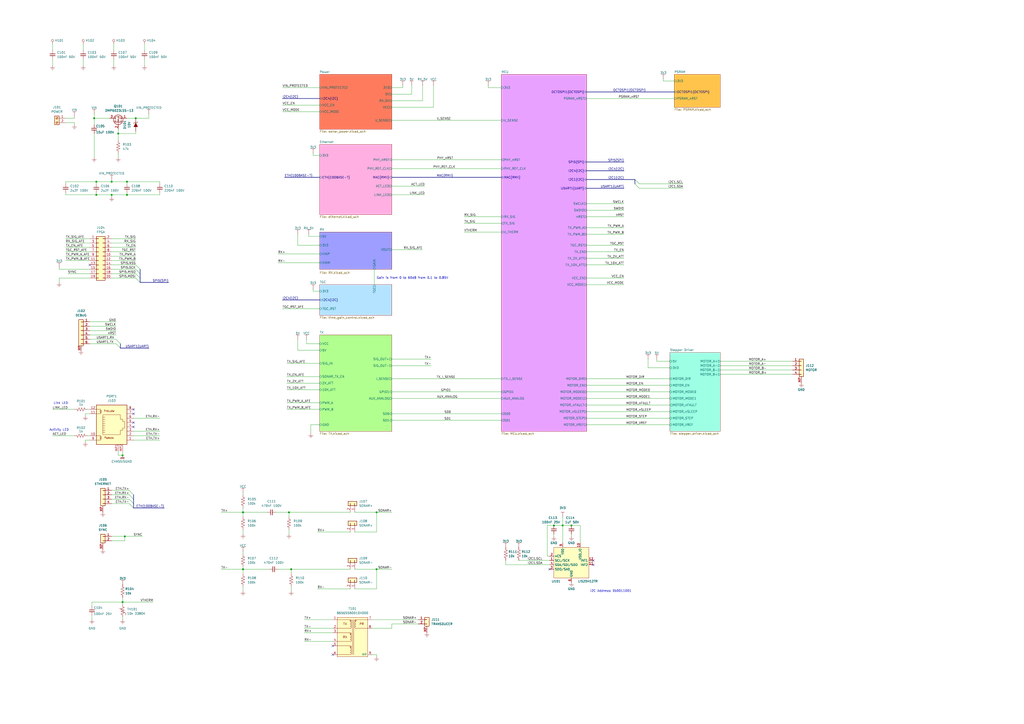
<source format=kicad_sch>
(kicad_sch (version 20250114) (generator "eeschema") (generator_version "9.0")
  (paper "A2")
  (title_block (title "Sonar Development Board") (date "2025-06-13"))
  (bus_alias "100BASE-T" (members "TX+" "TX-" "RX+" "RX-"))
  (bus_alias "I2C" (members "SCL" "SDA"))
  (bus_alias "RMII" (members "MDIO" "MDC" "RXD0" "RXD1" "RXER" "CRSDV" "TXD0" "TXD1" "TXEN"))
  (text "Activity LED" (at 34.29 249.428 0) (effects (font (size 1.27 1.27))))
  (text "Link LED" (at 35.306 233.934 0) (effects (font (size 1.27 1.27))))
  (text "I2C Address: 0b0011001" (at 354.33 342.9 0) (effects (font (size 1.27 1.27))))
  (text "Gain is from 0 to 60dB from 0.1 to 0.85V " (at 239.776 161.29 0) (effects (font (size 1.27 1.27) (thickness 0.1588))))
  (junction (at 64.77 105.41))
  (junction (at 218.44 297.18))
  (junction (at 218.44 330.2))
  (junction (at 68.58 77.47))
  (junction (at 73.66 113.03))
  (junction (at 168.91 330.2))
  (junction (at 55.88 105.41))
  (junction (at 326.39 304.8))
  (junction (at 78.74 68.58))
  (junction (at 64.77 113.03))
  (junction (at 140.97 330.2))
  (junction (at 331.47 304.8))
  (junction (at 71.12 264.16))
  (junction (at 167.64 297.18))
  (junction (at 73.66 105.41))
  (junction (at 321.31 304.8))
  (junction (at 54.61 68.58))
  (junction (at 72.39 311.15))
  (junction (at 140.97 297.18))
  (junction (at 55.88 113.03))
  (junction (at 71.12 349.25))
  (no_connect (at 77.47 237.49))
  (no_connect (at 344.17 325.12))
  (no_connect (at 193.04 374.65))
  (no_connect (at 77.47 240.03))
  (no_connect (at 52.07 153.67))
  (no_connect (at 318.77 330.2))
  (no_connect (at 77.47 247.65))
  (no_connect (at 344.17 327.66))
  (no_connect (at 77.47 245.11))
  (no_connect (at 193.04 379.73))
  (bus_entry (at 67.31 196.85) (size 2.54 2.54))
  (bus_entry (at 74.93 289.56) (size 2.54 2.54))
  (bus_entry (at 368.3 104.14) (size 2.54 2.54))
  (bus_entry (at 74.93 287.02) (size 2.54 2.54))
  (bus_entry (at 67.31 199.39) (size 2.54 2.54))
  (bus_entry (at 78.74 158.75) (size 2.54 2.54))
  (bus_entry (at 74.93 284.48) (size 2.54 2.54))
  (bus_entry (at 78.74 156.21) (size 2.54 2.54))
  (bus_entry (at 74.93 292.1) (size 2.54 2.54))
  (bus_entry (at 368.3 106.68) (size 2.54 2.54))
  (bus_entry (at 78.74 153.67) (size 2.54 2.54))
  (bus_entry (at 78.74 161.29) (size 2.54 2.54))
  (wire (pts (xy 38.1 71.12) (xy 43.18 71.12)))
  (wire (pts (xy 269.24 129.54) (xy 290.83 129.54)))
  (wire (pts (xy 238.76 54.61) (xy 238.76 49.53)))
  (wire (pts (xy 215.9 359.41) (xy 242.57 359.41)))
  (wire (pts (xy 340.36 142.24) (xy 361.95 142.24)))
  (wire (pts (xy 177.8 199.39) (xy 185.42 199.39)))
  (bus (pts (xy 77.47 294.64) (xy 95.25 294.64)))
  (bus (pts (xy 163.83 57.15) (xy 185.42 57.15)))
  (wire (pts (xy 39.37 158.75) (xy 52.07 158.75)))
  (wire (pts (xy 227.33 219.71) (xy 290.83 219.71)))
  (wire (pts (xy 331.47 304.8) (xy 336.55 304.8)))
  (wire (pts (xy 66.04 25.4) (xy 66.04 29.21)))
  (wire (pts (xy 140.97 297.18) (xy 154.94 297.18)))
  (wire (pts (xy 64.77 138.43) (xy 78.74 138.43)))
  (wire (pts (xy 340.36 246.38) (xy 388.62 246.38)))
  (wire (pts (xy 78.74 68.58) (xy 86.36 68.58)))
  (wire (pts (xy 64.77 148.59) (xy 78.74 148.59)))
  (bus (pts (xy 340.36 109.22) (xy 361.95 109.22)))
  (wire (pts (xy 227.33 144.78) (xy 245.11 144.78)))
  (wire (pts (xy 180.34 246.38) (xy 180.34 251.46)))
  (bus (pts (xy 340.36 104.14) (xy 368.3 104.14)))
  (wire (pts (xy 55.88 113.03) (xy 55.88 111.76)))
  (wire (pts (xy 38.1 138.43) (xy 52.07 138.43)))
  (wire (pts (xy 417.83 209.55) (xy 459.74 209.55)))
  (wire (pts (xy 181.61 168.91) (xy 185.42 168.91)))
  (wire (pts (xy 78.74 76.2) (xy 78.74 77.47)))
  (wire (pts (xy 375.92 208.28) (xy 375.92 213.36)))
  (wire (pts (xy 227.33 62.23) (xy 251.46 62.23)))
  (wire (pts (xy 163.83 64.77) (xy 185.42 64.77)))
  (bus (pts (xy 77.47 287.02) (xy 77.47 289.56)))
  (wire (pts (xy 73.66 113.03) (xy 92.71 113.03)))
  (wire (pts (xy 227.33 231.14) (xy 290.83 231.14)))
  (wire (pts (xy 176.53 372.11) (xy 193.04 372.11)))
  (wire (pts (xy 72.39 311.15) (xy 82.55 311.15)))
  (wire (pts (xy 166.37 210.82) (xy 185.42 210.82)))
  (wire (pts (xy 205.74 330.2) (xy 218.44 330.2)))
  (wire (pts (xy 71.12 350.52) (xy 71.12 349.25)))
  (wire (pts (xy 52.07 255.27) (xy 49.53 255.27)))
  (wire (pts (xy 38.1 105.41) (xy 55.88 105.41)))
  (bus (pts (xy 77.47 292.1) (xy 77.47 294.64)))
  (wire (pts (xy 177.8 196.85) (xy 177.8 199.39)))
  (wire (pts (xy 71.12 359.41) (xy 71.12 358.14)))
  (wire (pts (xy 218.44 379.73) (xy 218.44 381)))
  (wire (pts (xy 43.18 252.73) (xy 30.48 252.73)))
  (wire (pts (xy 227.33 364.49) (xy 215.9 364.49)))
  (wire (pts (xy 340.36 135.89) (xy 361.95 135.89)))
  (wire (pts (xy 218.44 297.18) (xy 227.33 297.18)))
  (wire (pts (xy 217.17 156.21) (xy 217.17 165.1)))
  (wire (pts (xy 83.82 25.4) (xy 83.82 29.21)))
  (wire (pts (xy 168.91 330.2) (xy 203.2 330.2)))
  (wire (pts (xy 340.36 125.73) (xy 361.95 125.73)))
  (wire (pts (xy 176.53 367.03) (xy 193.04 367.03)))
  (wire (pts (xy 179.07 137.16) (xy 185.42 137.16)))
  (wire (pts (xy 417.83 217.17) (xy 459.74 217.17)))
  (wire (pts (xy 53.34 356.87) (xy 53.34 359.41)))
  (wire (pts (xy 381 208.28) (xy 381 209.55)))
  (wire (pts (xy 293.37 325.12) (xy 293.37 327.66)))
  (wire (pts (xy 227.33 58.42) (xy 245.11 58.42)))
  (bus (pts (xy 368.3 106.68) (xy 368.3 104.14)))
  (wire (pts (xy 73.66 113.03) (xy 73.66 111.76)))
  (wire (pts (xy 71.12 264.16) (xy 71.12 261.62)))
  (wire (pts (xy 166.37 222.25) (xy 185.42 222.25)))
  (wire (pts (xy 176.53 364.49) (xy 193.04 364.49)))
  (wire (pts (xy 55.88 105.41) (xy 64.77 105.41)))
  (wire (pts (xy 140.97 330.2) (xy 156.21 330.2)))
  (bus (pts (xy 165.1 102.87) (xy 185.42 102.87)))
  (wire (pts (xy 92.71 105.41) (xy 92.71 106.68)))
  (wire (pts (xy 161.29 152.4) (xy 185.42 152.4)))
  (bus (pts (xy 227.33 102.87) (xy 290.83 102.87)))
  (wire (pts (xy 52.07 194.31) (xy 67.31 194.31)))
  (wire (pts (xy 317.5 322.58) (xy 318.77 322.58)))
  (bus (pts (xy 77.47 289.56) (xy 77.47 292.1)))
  (wire (pts (xy 218.44 330.2) (xy 227.33 330.2)))
  (wire (pts (xy 300.99 325.12) (xy 318.77 325.12)))
  (wire (pts (xy 227.33 212.09) (xy 250.19 212.09)))
  (wire (pts (xy 384.81 46.99) (xy 391.16 46.99)))
  (wire (pts (xy 38.1 105.41) (xy 38.1 106.68)))
  (wire (pts (xy 163.83 50.8) (xy 185.42 50.8)))
  (wire (pts (xy 326.39 304.8) (xy 326.39 314.96)))
  (wire (pts (xy 326.39 304.8) (xy 331.47 304.8)))
  (wire (pts (xy 168.91 340.36) (xy 168.91 342.9)))
  (wire (pts (xy 227.33 92.71) (xy 290.83 92.71)))
  (wire (pts (xy 269.24 134.62) (xy 290.83 134.62)))
  (wire (pts (xy 163.83 60.96) (xy 185.42 60.96)))
  (wire (pts (xy 140.97 340.36) (xy 140.97 342.9)))
  (wire (pts (xy 64.77 113.03) (xy 73.66 113.03)))
  (wire (pts (xy 370.84 109.22) (xy 396.24 109.22)))
  (wire (pts (xy 227.33 361.95) (xy 242.57 361.95)))
  (wire (pts (xy 340.36 223.52) (xy 388.62 223.52)))
  (wire (pts (xy 66.04 34.29) (xy 66.04 38.1)))
  (wire (pts (xy 218.44 341.63) (xy 218.44 330.2)))
  (wire (pts (xy 172.72 203.2) (xy 185.42 203.2)))
  (wire (pts (xy 52.07 196.85) (xy 67.31 196.85)))
  (wire (pts (xy 163.83 179.07) (xy 185.42 179.07)))
  (wire (pts (xy 34.29 156.21) (xy 52.07 156.21)))
  (wire (pts (xy 38.1 113.03) (xy 55.88 113.03)))
  (wire (pts (xy 227.33 97.79) (xy 290.83 97.79)))
  (wire (pts (xy 55.88 105.41) (xy 55.88 106.68)))
  (wire (pts (xy 34.29 156.21) (xy 34.29 154.94)))
  (wire (pts (xy 166.37 218.44) (xy 185.42 218.44)))
  (wire (pts (xy 68.58 74.93) (xy 68.58 77.47)))
  (bus (pts (xy 81.28 158.75) (xy 81.28 161.29)))
  (wire (pts (xy 340.36 242.57) (xy 388.62 242.57)))
  (wire (pts (xy 38.1 151.13) (xy 52.07 151.13)))
  (wire (pts (xy 340.36 231.14) (xy 388.62 231.14)))
  (wire (pts (xy 52.07 186.69) (xy 67.31 186.69)))
  (wire (pts (xy 140.97 330.2) (xy 140.97 332.74)))
  (wire (pts (xy 52.07 237.49) (xy 50.8 237.49)))
  (bus (pts (xy 81.28 156.21) (xy 81.28 158.75)))
  (wire (pts (xy 48.26 25.4) (xy 48.26 29.21)))
  (wire (pts (xy 161.29 147.32) (xy 185.42 147.32)))
  (wire (pts (xy 38.1 148.59) (xy 52.07 148.59)))
  (bus (pts (xy 163.83 173.99) (xy 185.42 173.99)))
  (wire (pts (xy 92.71 252.73) (xy 77.47 252.73)))
  (wire (pts (xy 64.77 146.05) (xy 78.74 146.05)))
  (wire (pts (xy 181.61 90.17) (xy 185.42 90.17)))
  (wire (pts (xy 321.31 309.88) (xy 321.31 311.15)))
  (wire (pts (xy 205.74 297.18) (xy 218.44 297.18)))
  (wire (pts (xy 340.36 118.11) (xy 361.95 118.11)))
  (wire (pts (xy 290.83 50.8) (xy 283.21 50.8)))
  (wire (pts (xy 64.77 311.15) (xy 72.39 311.15)))
  (wire (pts (xy 180.34 246.38) (xy 185.42 246.38)))
  (wire (pts (xy 176.53 359.41) (xy 193.04 359.41)))
  (wire (pts (xy 68.58 88.9) (xy 68.58 91.44)))
  (bus (pts (xy 340.36 99.06) (xy 361.95 99.06)))
  (wire (pts (xy 64.77 158.75) (xy 78.74 158.75)))
  (wire (pts (xy 245.11 58.42) (xy 245.11 49.53)))
  (wire (pts (xy 38.1 113.03) (xy 38.1 111.76)))
  (wire (pts (xy 340.36 219.71) (xy 388.62 219.71)))
  (bus (pts (xy 391.16 53.34) (xy 340.36 53.34)))
  (wire (pts (xy 227.33 54.61) (xy 238.76 54.61)))
  (wire (pts (xy 64.77 289.56) (xy 74.93 289.56)))
  (wire (pts (xy 83.82 34.29) (xy 83.82 38.1)))
  (wire (pts (xy 140.97 285.75) (xy 140.97 287.02)))
  (bus (pts (xy 81.28 161.29) (xy 81.28 163.83)))
  (wire (pts (xy 140.97 320.04) (xy 140.97 321.31)))
  (wire (pts (xy 317.5 304.8) (xy 317.5 322.58)))
  (wire (pts (xy 227.33 107.95) (xy 246.38 107.95)))
  (wire (pts (xy 30.48 34.29) (xy 30.48 38.1)))
  (wire (pts (xy 168.91 330.2) (xy 168.91 332.74)))
  (wire (pts (xy 64.77 161.29) (xy 78.74 161.29)))
  (wire (pts (xy 38.1 140.97) (xy 52.07 140.97)))
  (wire (pts (xy 64.77 287.02) (xy 74.93 287.02)))
  (wire (pts (xy 233.68 50.8) (xy 233.68 49.53)))
  (wire (pts (xy 78.74 77.47) (xy 68.58 77.47)))
  (wire (pts (xy 34.29 161.29) (xy 52.07 161.29)))
  (wire (pts (xy 68.58 264.16) (xy 71.12 264.16)))
  (wire (pts (xy 64.77 105.41) (xy 73.66 105.41)))
  (wire (pts (xy 68.58 261.62) (xy 68.58 264.16)))
  (wire (pts (xy 184.15 341.63) (xy 203.2 341.63)))
  (wire (pts (xy 92.71 255.27) (xy 77.47 255.27)))
  (wire (pts (xy 92.71 250.19) (xy 77.47 250.19)))
  (wire (pts (xy 64.77 156.21) (xy 78.74 156.21)))
  (wire (pts (xy 161.29 330.2) (xy 168.91 330.2)))
  (wire (pts (xy 205.74 308.61) (xy 218.44 308.61)))
  (wire (pts (xy 72.39 313.69) (xy 72.39 311.15)))
  (bus (pts (xy 69.85 199.39) (xy 69.85 201.93)))
  (wire (pts (xy 64.77 292.1) (xy 74.93 292.1)))
  (wire (pts (xy 384.81 45.72) (xy 384.81 46.99)))
  (wire (pts (xy 340.36 165.1) (xy 361.95 165.1)))
  (wire (pts (xy 227.33 240.03) (xy 290.83 240.03)))
  (wire (pts (xy 227.33 69.85) (xy 290.83 69.85)))
  (wire (pts (xy 283.21 50.8) (xy 283.21 49.53)))
  (wire (pts (xy 166.37 233.68) (xy 185.42 233.68)))
  (wire (pts (xy 54.61 68.58) (xy 54.61 72.39)))
  (wire (pts (xy 64.77 153.67) (xy 78.74 153.67)))
  (wire (pts (xy 55.88 113.03) (xy 64.77 113.03)))
  (wire (pts (xy 160.02 297.18) (xy 167.64 297.18)))
  (bus (pts (xy 340.36 93.98) (xy 361.95 93.98)))
  (wire (pts (xy 43.18 71.12) (xy 43.18 72.39)))
  (wire (pts (xy 167.64 307.34) (xy 167.64 309.88)))
  (wire (pts (xy 321.31 304.8) (xy 326.39 304.8)))
  (wire (pts (xy 52.07 240.03) (xy 49.53 240.03)))
  (wire (pts (xy 251.46 62.23) (xy 251.46 49.53)))
  (wire (pts (xy 185.42 142.24) (xy 172.72 142.24)))
  (wire (pts (xy 140.97 307.34) (xy 140.97 309.88)))
  (wire (pts (xy 166.37 237.49) (xy 185.42 237.49)))
  (wire (pts (xy 128.27 297.18) (xy 140.97 297.18)))
  (wire (pts (xy 340.36 227.33) (xy 388.62 227.33)))
  (wire (pts (xy 293.37 327.66) (xy 318.77 327.66)))
  (wire (pts (xy 38.1 146.05) (xy 52.07 146.05)))
  (wire (pts (xy 340.36 161.29) (xy 361.95 161.29)))
  (wire (pts (xy 53.34 349.25) (xy 53.34 351.79)))
  (wire (pts (xy 54.61 77.47) (xy 54.61 91.44)))
  (wire (pts (xy 227.33 361.95) (xy 227.33 364.49)))
  (wire (pts (xy 64.77 151.13) (xy 78.74 151.13)))
  (wire (pts (xy 227.33 227.33) (xy 290.83 227.33)))
  (wire (pts (xy 73.66 105.41) (xy 92.71 105.41)))
  (wire (pts (xy 227.33 243.84) (xy 290.83 243.84)))
  (wire (pts (xy 64.77 140.97) (xy 78.74 140.97)))
  (wire (pts (xy 140.97 294.64) (xy 140.97 297.18)))
  (wire (pts (xy 64.77 313.69) (xy 72.39 313.69)))
  (wire (pts (xy 340.36 132.08) (xy 361.95 132.08)))
  (wire (pts (xy 48.26 34.29) (xy 48.26 38.1)))
  (wire (pts (xy 227.33 113.03) (xy 246.38 113.03)))
  (wire (pts (xy 140.97 328.93) (xy 140.97 330.2)))
  (wire (pts (xy 54.61 66.04) (xy 54.61 68.58)))
  (bus (pts (xy 69.85 201.93) (xy 86.36 201.93)))
  (wire (pts (xy 166.37 226.06) (xy 185.42 226.06)))
  (wire (pts (xy 340.36 146.05) (xy 361.95 146.05)))
  (wire (pts (xy 53.34 349.25) (xy 71.12 349.25)))
  (wire (pts (xy 86.36 68.58) (xy 86.36 66.04)))
  (wire (pts (xy 181.61 90.17) (xy 181.61 88.9)))
  (wire (pts (xy 68.58 77.47) (xy 68.58 81.28)))
  (wire (pts (xy 370.84 106.68) (xy 396.24 106.68)))
  (wire (pts (xy 43.18 237.49) (xy 30.48 237.49)))
  (wire (pts (xy 38.1 68.58) (xy 43.18 68.58)))
  (wire (pts (xy 205.74 341.63) (xy 218.44 341.63)))
  (wire (pts (xy 128.27 330.2) (xy 140.97 330.2)))
  (wire (pts (xy 64.77 113.03) (xy 64.77 114.3)))
  (wire (pts (xy 218.44 308.61) (xy 218.44 297.18)))
  (wire (pts (xy 49.53 240.03) (xy 49.53 241.3)))
  (wire (pts (xy 52.07 189.23) (xy 67.31 189.23)))
  (wire (pts (xy 73.66 105.41) (xy 73.66 106.68)))
  (wire (pts (xy 326.39 299.72) (xy 326.39 304.8)))
  (wire (pts (xy 73.66 68.58) (xy 78.74 68.58)))
  (wire (pts (xy 184.15 308.61) (xy 203.2 308.61)))
  (wire (pts (xy 340.36 238.76) (xy 388.62 238.76)))
  (wire (pts (xy 30.48 25.4) (xy 30.48 29.21)))
  (wire (pts (xy 417.83 214.63) (xy 459.74 214.63)))
  (wire (pts (xy 331.47 311.15) (xy 331.47 309.88)))
  (wire (pts (xy 140.97 297.18) (xy 140.97 299.72)))
  (wire (pts (xy 92.71 113.03) (xy 92.71 111.76)))
  (wire (pts (xy 227.33 50.8) (xy 233.68 50.8)))
  (wire (pts (xy 317.5 304.8) (xy 321.31 304.8)))
  (wire (pts (xy 179.07 135.89) (xy 179.07 137.16)))
  (wire (pts (xy 167.64 297.18) (xy 167.64 299.72)))
  (wire (pts (xy 340.36 149.86) (xy 361.95 149.86)))
  (wire (pts (xy 43.18 67.31) (xy 43.18 68.58)))
  (wire (pts (xy 340.36 121.92) (xy 361.95 121.92)))
  (wire (pts (xy 71.12 346.71) (xy 71.12 349.25)))
  (wire (pts (xy 52.07 199.39) (xy 67.31 199.39)))
  (wire (pts (xy 167.64 297.18) (xy 203.2 297.18)))
  (wire (pts (xy 52.07 252.73) (xy 50.8 252.73)))
  (wire (pts (xy 64.77 284.48) (xy 74.93 284.48)))
  (wire (pts (xy 38.1 143.51) (xy 52.07 143.51)))
  (wire (pts (xy 381 209.55) (xy 388.62 209.55)))
  (wire (pts (xy 34.29 161.29) (xy 34.29 163.83)))
  (wire (pts (xy 88.9 349.25) (xy 71.12 349.25)))
  (wire (pts (xy 172.72 203.2) (xy 172.72 196.85)))
  (wire (pts (xy 181.61 168.91) (xy 181.61 167.64)))
  (wire (pts (xy 269.24 125.73) (xy 290.83 125.73)))
  (wire (pts (xy 417.83 212.09) (xy 459.74 212.09)))
  (wire (pts (xy 336.55 304.8) (xy 336.55 314.96)))
  (wire (pts (xy 64.77 104.14) (xy 64.77 105.41)))
  (wire (pts (xy 172.72 142.24) (xy 172.72 135.89)))
  (wire (pts (xy 49.53 255.27) (xy 49.53 256.54)))
  (bus (pts (xy 81.28 163.83) (xy 97.79 163.83)))
  (wire (pts (xy 54.61 68.58) (xy 63.5 68.58)))
  (wire (pts (xy 375.92 213.36) (xy 388.62 213.36)))
  (wire (pts (xy 52.07 191.77) (xy 67.31 191.77)))
  (wire (pts (xy 340.36 153.67) (xy 361.95 153.67)))
  (wire (pts (xy 227.33 208.28) (xy 250.19 208.28)))
  (wire (pts (xy 340.36 57.15) (xy 391.16 57.15)))
  (wire (pts (xy 215.9 379.73) (xy 218.44 379.73)))
  (wire (pts (xy 340.36 234.95) (xy 388.62 234.95)))
  (wire (pts (xy 64.77 143.51) (xy 78.74 143.51)))
  (wire (pts (xy 92.71 242.57) (xy 77.47 242.57)))
  (label "ETH.RX-" (at 92.71 242.57 180))
  (label "ETH{100BASE-T}" (at 165.1 102.87 0))
  (label "I2C1{I2C}" (at 361.95 104.14 180))
  (label "I2C4{I2C}" (at 163.83 57.15 0))
  (label "MAC{RMII}" (at 262.89 102.87 180))
  (label "LINK_LED" (at 246.38 113.03 180))
  (label "TGC_RST_AFE" (at 163.83 179.07 0))
  (label "SWCLK" (at 67.31 189.23 180))
  (label "TGC_RST" (at 361.95 142.24 180))
  (label "SYNC" (at 39.37 158.75 0))
  (label "RX+" (at 184.15 308.61 0))
  (label "MOTOR_EN" (at 363.22 223.52 0))
  (label "ETH.TX-" (at 92.71 252.73 180))
  (label "SWCLK" (at 361.95 118.11 180))
  (label "ETH.RX-" (at 74.93 289.56 180))
  (label "TX_2X_ATT" (at 166.37 222.25 0))
  (label "TX_10X_ATT" (at 166.37 226.06 0))
  (label "TX_PWM_B" (at 361.95 135.89 180))
  (label "MOTOR_A+" (at 434.34 209.55 0))
  (label "TX_EN_AFE" (at 38.1 143.51 0))
  (label "MOTOR_B+" (at 434.34 217.17 0))
  (label "ETH.RX+" (at 74.93 287.02 180))
  (label "TX_SIG_AFE" (at 166.37 210.82 0))
  (label "TX_SIG" (at 269.24 129.54 0))
  (label "SD1" (at 261.62 243.84 180))
  (label "GPIO1" (at 261.62 227.33 180))
  (label "SPI5{SPI}" (at 361.95 93.98 180))
  (label "ETH.TX+" (at 92.71 255.27 180))
  (label "OCTOSPI1{OCTOSPI}" (at 374.65 53.34 180))
  (label "TX_EN" (at 78.74 143.51 180))
  (label "VTHERM" (at 269.24 134.62 0))
  (label "ETH.TX-" (at 74.93 292.1 180))
  (label "MOTOR_MODE1" (at 363.22 231.14 0))
  (label "PSRAM_nRST" (at 370.84 57.15 180))
  (label "I2C4{I2C}" (at 361.95 99.06 180))
  (label "SPI5{SPI}" (at 97.79 163.83 180))
  (label "I2C1.SDA" (at 306.07 327.66 0))
  (label "MOTOR_VREF" (at 363.22 246.38 0))
  (label "TX_PWM_B_AFE" (at 166.37 237.49 0))
  (label "SYNC" (at 82.55 311.15 180))
  (label "TX_PWM_B" (at 78.74 151.13 180))
  (label "VCC_MODE" (at 163.83 64.77 0))
  (label "TX_10X_ATT" (at 361.95 153.67 180))
  (label "MOTOR_DIR" (at 363.22 219.71 0))
  (label "TX-" (at 250.19 212.09 180))
  (label "TX_PWM_A" (at 78.74 148.59 180))
  (label "TX_SIG_AFE" (at 38.1 138.43 0))
  (label "ETH.RX+" (at 92.71 250.19 180))
  (label "MOTOR_A-" (at 434.34 212.09 0))
  (label "MOTOR_MODE0" (at 363.22 227.33 0))
  (label "RX_SIG" (at 78.74 140.97 180))
  (label "SPI5.SCK" (at 78.74 156.21 180))
  (label "USART1{UART}" (at 361.95 109.22 180))
  (label "AUX_ANALOG" (at 265.43 231.14 180))
  (label "RX_SIG_AFE" (at 38.1 140.97 0))
  (label "SONAR-" (at 227.33 330.2 180))
  (label "RX+" (at 161.29 147.32 0))
  (label "ACT_LED" (at 246.38 107.95 180))
  (label "SWDIO" (at 361.95 121.92 180))
  (label "TX+" (at 176.53 359.41 0))
  (label "TX_SIG" (at 78.74 138.43 180))
  (label "ETH.TX+" (at 74.93 284.48 180))
  (label "USART1.RX" (at 55.88 196.85 0))
  (label "VTHERM" (at 88.9 349.25 180))
  (label "MOTOR_nFAULT" (at 363.22 234.95 0))
  (label "MOTOR_STEP" (at 363.22 242.57 0))
  (label "RX_SIG" (at 269.24 125.73 0))
  (label "PHY_REF_CLK" (at 264.16 97.79 180))
  (label "VIN_PROTECTED" (at 163.83 50.8 0))
  (label "I2C1.SCL" (at 396.24 106.68 180))
  (label "RX-" (at 176.53 372.11 0))
  (label "TX_PWM_B_AFE" (at 38.1 151.13 0))
  (label "VCC_MODE" (at 361.95 165.1 180))
  (label "TX+" (at 250.19 208.28 180))
  (label "TX_EN" (at 361.95 146.05 180))
  (label "nRST" (at 361.95 125.73 180))
  (label "RX_SIG_AFE" (at 245.11 144.78 180))
  (label "SPI5.MISO" (at 78.74 158.75 180))
  (label "I2C1.SDA" (at 396.24 109.22 180))
  (label "ETH{100BASE-T}" (at 95.25 294.64 180))
  (label "TX_I_SENSE" (at 264.16 219.71 180))
  (label "MOTOR_B-" (at 434.34 214.63 0))
  (label "V_SENSE" (at 261.62 69.85 180))
  (label "PHY_nRST" (at 262.89 92.71 180))
  (label "LINK_LED" (at 30.48 237.49 0))
  (label "SWDIO" (at 67.31 191.77 180))
  (label "TX_EN_AFE" (at 166.37 218.44 0))
  (label "SPI5.MOSI" (at 78.74 161.29 180))
  (label "TGC_RST" (at 78.74 146.05 180))
  (label "SPI5.NSS" (at 78.74 153.67 180))
  (label "SD0" (at 261.62 240.03 180))
  (label "TX_PWM_A" (at 361.95 132.08 180))
  (label "SONAR+" (at 227.33 297.18 180))
  (label "TX_PWM_A_AFE" (at 38.1 148.59 0))
  (label "I2C4{I2C}" (at 163.83 173.99 0))
  (label "GND" (at 67.31 186.69 180))
  (label "USART1{UART}" (at 86.36 201.93 180))
  (label "USART1.TX" (at 55.88 199.39 0))
  (label "TX-" (at 128.27 330.2 0))
  (label "TX+" (at 128.27 297.18 0))
  (label "RX-" (at 161.29 152.4 0))
  (label "MOTOR_nSLEEP" (at 363.22 238.76 0))
  (label "VCC_EN" (at 361.95 161.29 180))
  (label "ACT_LED" (at 30.48 252.73 0))
  (label "TX_PWM_A_AFE" (at 166.37 233.68 0))
  (label "SONAR+" (at 233.68 359.41 0))
  (label "RX+" (at 176.53 367.03 0))
  (label "TX-" (at 176.53 364.49 0))
  (label "TX_2X_ATT" (at 361.95 149.86 180))
  (label "TGC_RST_AFE" (at 38.1 146.05 0))
  (label "SONAR-" (at 233.68 361.95 0))
  (label "nRST" (at 67.31 194.31 180))
  (label "RX-" (at 184.15 341.63 0))
  (label "VCC_EN" (at 163.83 60.96 0))
  (label "I2C1.SCL" (at 306.07 325.12 0))
  (symbol (lib_id "BR_Resistors_0402:R_0402_100k") (at 140.97 325.12 0) (unit 1)
    (property "Reference" "R107" (at 143.51 323.8499 0) (effects (justify left)))
    (property "Value" "100k" (at 143.51 326.3899 0) (effects (justify left)))
    (property "Footprint" "BR_Passives:C_0402_1005Metric-minimized" (effects (hide yes)))
    (property "Datasheet" "https://www.yageo.com/upload/media/product/productsearch/datasheet/rchip/PYu-RC_Group_51_RoHS_L_12.pdf" (effects (hide yes)))
    (property "Description" "100k 1% 100ppm 62.5mW Thick Film Resistor 0402" (effects (hide yes)))
    (property "Manufacturer" "YAGEO" (effects (hide yes)))
    (property "Manufacturer Part Num" "RC0402FR-07100KL" (effects (hide yes)))
    (property "BRE Number" "BRE-000290" (effects (hide yes)))
    (property "Supplier 1" "DigiKey" (effects (hide yes)))
    (property "Supplier Part Num 1" "311-100KLRCT-ND" (effects (hide yes)))
    (property "Supplier 2" "DigiKey" (effects (hide yes)))
    (property "Supplier Part Num 2" "311-100KLRTR-ND" (effects (hide yes)))
    (property "Supplier 3" "JLCPCB" (effects (hide yes)))
    (property "Supplier Part Num 3" "C60491" (effects (hide yes)))
    (property "JLCPCB Part Num" "C60491" (effects (hide yes)))
  )
  (symbol (lib_id "BR_Diodes:D_Zener_MM3Z10VT1G") (at 78.74 72.39 90) (mirror x) (unit 1)
    (property "Reference" "D101" (at 72.39 72.39 0))
    (property "Value" "10V" (at 74.93 72.39 0))
    (property "Footprint" "BR_Discretes:D_SOD-323" (effects (hide yes)))
    (property "Datasheet" "https://mm.digikey.com/Volume0/opasdata/d220001/medias/docus/9/MM3ZyyyT1G_SZMM3ZyyyT1G_Series_rev.11_Sep2014.pdf" (effects (hide yes)))
    (property "Description" "Zener Diode 10V Reverse 300 mW SOD-323" (effects (hide yes)))
    (property "Manufacturer" "onsemi" (effects (hide yes)))
    (property "Manufacturer Part Num" "MM3Z10VT1G" (effects (hide yes)))
    (property "Supplier 1" "DigiKey" (effects (hide yes)))
    (property "Supplier Part Num 1" "MM3Z10VT1GOSCT-ND" (effects (hide yes)))
    (property "Supplier 2" "Mouser" (effects (hide yes)))
    (property "Supplier Part Num 2" "863-MM3Z10VT1G" (effects (hide yes)))
    (property "Supplier 3" "JLCPCB" (effects (hide yes)))
    (property "Supplier Part Num 3" "C894520" (effects (hide yes)))
    (property "BRE Number" "BRE-000131" (effects (hide yes)))
  )
  (symbol (lib_id "BR_Virtual_Parts:GND") (at 59.69 297.18 0) (unit 1)
    (property "Reference" "#PWR0113" (effects (hide yes)))
    (property "Value" "GND" (effects (hide yes)))
  )
  (symbol (lib_id "BR_Virtual_Parts:VCC") (at 172.72 196.85 0) (unit 1)
    (property "Reference" "#PWR0131" (effects (hide yes)))
    (property "Value" "5V" (at 172.72 193.294 0))
    (property "Description" "Power symbol creates a global label with name \"VCC\"" (effects (hide yes)))
  )
  (symbol (lib_id "BR_Capacitors_0805:C_0805_2u2F_100V_X7T_10%") (at 38.1 109.22 0) (unit 1)
    (property "Reference" "C102" (at 40.64 107.9562 0) (effects (justify left)))
    (property "Value" "2u2F 100V" (at 40.64 110.4962 0) (effects (justify left)))
    (property "Footprint" "BR_Passives:C_0805_2012Metric-minimized" (effects (hide yes)))
    (property "Datasheet" "https://search.murata.co.jp/Ceramy/image/img/A01X/G101/ENG/GRM21BD72A225KE01-01A.pdf" (effects (hide yes)))
    (property "Description" "2.2uF 100V X7T 10% Ceramic Capacitor 0805" (effects (hide yes)))
    (property "Manufacturer" "Murata Electronics" (effects (hide yes)))
    (property "Manufacturer Part Num" "GRM21BD72A225KE01L" (effects (hide yes)))
    (property "BRE Number" "BRE-001204" (effects (hide yes)))
    (property "Supplier 1" "DigiKey" (effects (hide yes)))
    (property "Supplier Part Num 1" "490-GRM21BD72A225KE01LCT-ND" (effects (hide yes)))
    (property "Supplier 2" "Mouser" (effects (hide yes)))
    (property "Supplier Part Num 2" "81-GRM21BD72A225KE1L" (effects (hide yes)))
    (property "Supplier 3" "JLCPCB" (effects (hide yes)))
    (property "Supplier Part Num 3" " C2981733" (effects (hide yes)))
    (property "JLCPCB Part Num" "C2981733" (effects (hide yes)))
  )
  (symbol (lib_id "BR_Virtual_Parts:VCC") (at 71.12 339.09 0) (unit 1)
    (property "Reference" "#PWR0120" (effects (hide yes)))
    (property "Value" "3V3" (at 71.12 335.534 0))
    (property "Description" "Power symbol creates a global label with name \"VCC\"" (effects (hide yes)))
  )
  (symbol (lib_id "BR_Transistors:MFET_P_DMP6023LSS-13") (at 68.58 68.58 90) (unit 1)
    (property "Reference" "Q101" (at 68.58 61.595 90))
    (property "Value" "DMP6023LSS-13" (at 69.215 64.135 90))
    (property "Footprint" "BR_SO:SO-8_3.9x4.9mm_P1.27mm" (effects (hide yes)))
    (property "Datasheet" "https://www.diodes.com/assets/Datasheets/DMP6023LSS.pdf" (effects (hide yes)))
    (property "Description" "P-Ch MOSFET 60 V 6.6A (Ta) 1.2W (Ta) 25mR Logic Level SO-8" (effects (hide yes)))
    (property "Manufacturer" "Diodes Incorporated" (effects (hide yes)))
    (property "Manufacturer Part Num" "DMP6023LSS-13" (effects (hide yes)))
    (property "Supplier 1" "DigiKey" (effects (hide yes)))
    (property "Supplier Part Num 1" "DMP6023LSS-13DICT-ND" (effects (hide yes)))
    (property "Supplier 2" "Mouser" (effects (hide yes)))
    (property "Supplier Part Num 2" "621-DMP6023LSS-13" (effects (hide yes)))
    (property "Supplier 3" "JLCPCB" (effects (hide yes)))
    (property "Supplier Part Num 3" "C154911" (effects (hide yes)))
    (property "BRE Number" "BRE-000414" (effects (hide yes)))
  )
  (symbol (lib_id "BR_Virtual_Parts:VCC") (at 300.99 317.5 0) (unit 1)
    (property "Reference" "#PWR0145" (effects (hide yes)))
    (property "Value" "3V3" (at 300.99 313.944 0))
    (property "Description" "Power symbol creates a global label with name \"VCC\"" (effects (hide yes)))
  )
  (symbol (lib_id "BR_Virtual_Parts:VCC") (at 251.46 49.53 0) (unit 1)
    (property "Reference" "#PWR0142" (effects (hide yes)))
    (property "Value" "VCC" (at 251.46 45.974 0))
    (property "Description" "Power symbol creates a global label with name \"VCC\"" (effects (hide yes)))
  )
  (symbol (lib_id "BR_Virtual_Parts:GND") (at 83.82 38.1 0) (unit 1)
    (property "Reference" "#PWR0122" (effects (hide yes)))
    (property "Value" "GND" (effects (hide yes)))
  )
  (symbol (lib_id "BR_Virtual_Parts:GND") (at 71.12 359.41 0) (unit 1)
    (property "Reference" "#PWR0121" (effects (hide yes)))
    (property "Value" "GND" (at 71.12 364.49 0))
  )
  (symbol (lib_id "BR_Connectors_Header:Header_Pin_01x02_2.54mm_Vert_PTH") (at 207.01 335.28 270) (unit 1)
    (property "Reference" "J110" (at 208.28 335.2799 90) (effects (justify left)))
    (property "Value" "SONAR-" (at 208.28 337.8199 90) (effects (justify left)))
    (property "Footprint" "BR_Connectors:PinHeader_1x02_P2.54mm_Vertical" (effects (hide yes)))
    (property "Datasheet" "https://lcsc.com/datasheet/lcsc_datasheet_2409302300_XFCN-PZ254V-11-02P_C492401.pdf" (effects (hide yes)))
    (property "Description" "Header Pin 2P 01x02P 2.54mm Pitch Vertical Through Hole 3A" (effects (hide yes)))
    (property "Manufacturer" "XFCN" (effects (hide yes)))
    (property "Manufacturer Part Num" "PZ254V-11-02P" (effects (hide yes)))
    (property "BRE Number" "BRE-001259" (effects (hide yes)))
    (property "JLCPCB Part Num" "C492401" (effects (hide yes)))
  )
  (symbol (lib_id "BR_Virtual_Parts:GND") (at 46.99 203.2 0) (unit 1)
    (property "Reference" "#PWR0106" (effects (hide yes)))
    (property "Value" "GND" (effects (hide yes)))
  )
  (symbol (lib_id "BR_Virtual_Parts:VCC") (at 43.18 67.31 0) (mirror y) (unit 1)
    (property "Reference" "#PWR0104" (effects (hide yes)))
    (property "Value" "VIN" (at 43.18 63.754 0))
    (property "Description" "Power symbol creates a global label with name \"VCC\"" (effects (hide yes)))
  )
  (symbol (lib_id "BR_Virtual_Parts:VCC") (at 179.07 135.89 0) (unit 1)
    (property "Reference" "#PWR0133" (effects (hide yes)))
    (property "Value" "RX_5V" (at 179.07 132.334 0))
    (property "Description" "Power symbol creates a global label with name \"VCC\"" (effects (hide yes)))
  )
  (symbol (lib_id "BR_Connectors_FFC:2328702-6") (at 45.72 185.42 0) (unit 1)
    (property "Reference" "J102" (at 46.99 180.34 0))
    (property "Value" "DEBUG" (at 46.99 182.88 0))
    (property "Footprint" "BR_Connectors_FFC_FPC:TE_2328702-6_1x06-1MP_P0.5mm_Horizontal" (effects (hide yes)))
    (property "Datasheet" "https://www.te.com/usa-en/product-2328702-6.datasheet.pdf" (effects (hide yes)))
    (property "Description" "FPC Connector, Vertical, 0.5mm pitch, 6-pos" (effects (hide yes)))
    (property "Manufacturer" "TE Connectivity AMP Connectors" (effects (hide yes)))
    (property "Manufacturer Part Num" "2328702-6" (effects (hide yes)))
    (property "BRE Number" "BRE-000078" (effects (hide yes)))
    (property "Supplier 1" "DigiKey" (effects (hide yes)))
    (property "Supplier Part Num 1" "A141388CT-ND" (effects (hide yes)))
    (property "Supplier 2" "Mouser" (effects (hide yes)))
    (property "Supplier Part Num 2" "571-2328702-6" (effects (hide yes)))
    (property "Supplier 3" "JLCPCB" (effects (hide yes)))
    (property "Supplier Part Num 3" "C3151647" (effects (hide yes)))
    (property "Label" "LABEL" (effects (hide yes)))
    (property "JLCPCB Part Num" "C3151647" (effects (hide yes)))
  )
  (symbol (lib_id "BR_Virtual_Parts:VCC") (at 34.29 154.94 0) (unit 1)
    (property "Reference" "#PWR0102" (effects (hide yes)))
    (property "Value" "3V3" (at 34.29 151.384 0))
    (property "Description" "Power symbol creates a global label with name \"VCC\"" (effects (hide yes)))
  )
  (symbol (lib_id "BR_Resistors_0402:R_0402_100k") (at 140.97 303.53 0) (unit 1)
    (property "Reference" "R106" (at 143.51 302.2599 0) (effects (justify left)))
    (property "Value" "100k" (at 143.51 304.7999 0) (effects (justify left)))
    (property "Footprint" "BR_Passives:C_0402_1005Metric-minimized" (effects (hide yes)))
    (property "Datasheet" "https://www.yageo.com/upload/media/product/productsearch/datasheet/rchip/PYu-RC_Group_51_RoHS_L_12.pdf" (effects (hide yes)))
    (property "Description" "100k 1% 100ppm 62.5mW Thick Film Resistor 0402" (effects (hide yes)))
    (property "Manufacturer" "YAGEO" (effects (hide yes)))
    (property "Manufacturer Part Num" "RC0402FR-07100KL" (effects (hide yes)))
    (property "BRE Number" "BRE-000290" (effects (hide yes)))
    (property "Supplier 1" "DigiKey" (effects (hide yes)))
    (property "Supplier Part Num 1" "311-100KLRCT-ND" (effects (hide yes)))
    (property "Supplier 2" "DigiKey" (effects (hide yes)))
    (property "Supplier Part Num 2" "311-100KLRTR-ND" (effects (hide yes)))
    (property "Supplier 3" "JLCPCB" (effects (hide yes)))
    (property "Supplier Part Num 3" "C60491" (effects (hide yes)))
    (property "JLCPCB Part Num" "C60491" (effects (hide yes)))
  )
  (symbol (lib_id "BR_Capacitors_0402:C_0402_100nF_50V_X7R_10%_AEC-Q200") (at 30.48 31.75 0) (unit 1)
    (property "Reference" "C101" (at 33.02 30.4862 0) (effects (justify left)))
    (property "Value" "100nF 50V" (at 33.02 33.0262 0) (effects (justify left)))
    (property "Footprint" "BR_Passives:C_0402_1005Metric-minimized" (effects (hide yes)))
    (property "Datasheet" "https://search.murata.co.jp/Ceramy/image/img/A01X/G101/ENG/GCM155R71H104KE02-01.pdf" (effects (hide yes)))
    (property "Description" "100nF 50V X7R 10% Ceramic Capacitor 0402 AEC-Q200" (effects (hide yes)))
    (property "Manufacturer" "Murata Electronics" (effects (hide yes)))
    (property "Manufacturer Part Num" "GCM155R71H104KE02D" (effects (hide yes)))
    (property "BRE Number" "BRE-000010" (effects (hide yes)))
    (property "Supplier 1" "DigiKey" (effects (hide yes)))
    (property "Supplier Part Num 1" "490-10672-2-ND" (effects (hide yes)))
    (property "Supplier 2" "Mouser" (effects (hide yes)))
    (property "Supplier Part Num 2" "81-GCM155R71H104KE2D" (effects (hide yes)))
    (property "Supplier 3" "JLCPCB" (effects (hide yes)))
    (property "Supplier Part Num 3" "C85858" (effects (hide yes)))
    (property "JLCPCB Part Num" "C85858" (effects (hide yes)))
  )
  (symbol (lib_id "BR_Resistors_0402:R_0402_100k") (at 140.97 290.83 0) (unit 1)
    (property "Reference" "R105" (at 143.51 289.5599 0) (effects (justify left)))
    (property "Value" "100k" (at 143.51 292.0999 0) (effects (justify left)))
    (property "Footprint" "BR_Passives:C_0402_1005Metric-minimized" (effects (hide yes)))
    (property "Datasheet" "https://www.yageo.com/upload/media/product/productsearch/datasheet/rchip/PYu-RC_Group_51_RoHS_L_12.pdf" (effects (hide yes)))
    (property "Description" "100k 1% 100ppm 62.5mW Thick Film Resistor 0402" (effects (hide yes)))
    (property "Manufacturer" "YAGEO" (effects (hide yes)))
    (property "Manufacturer Part Num" "RC0402FR-07100KL" (effects (hide yes)))
    (property "BRE Number" "BRE-000290" (effects (hide yes)))
    (property "Supplier 1" "DigiKey" (effects (hide yes)))
    (property "Supplier Part Num 1" "311-100KLRCT-ND" (effects (hide yes)))
    (property "Supplier 2" "DigiKey" (effects (hide yes)))
    (property "Supplier Part Num 2" "311-100KLRTR-ND" (effects (hide yes)))
    (property "Supplier 3" "JLCPCB" (effects (hide yes)))
    (property "Supplier Part Num 3" "C60491" (effects (hide yes)))
    (property "JLCPCB Part Num" "C60491" (effects (hide yes)))
  )
  (symbol (lib_id "BR_Virtual_Parts:GND") (at 49.53 256.54 0) (mirror y) (unit 1)
    (property "Reference" "#PWR0109" (effects (hide yes)))
    (property "Value" "GND" (effects (hide yes)))
  )
  (symbol (lib_id "BR_Connectors:KF128-2.54-2P") (at 33.02 68.58 0) (mirror y) (unit 1)
    (property "Reference" "J101" (at 33.02 62.23 0))
    (property "Value" "POWER" (at 33.02 64.77 0))
    (property "Footprint" "BR_Connectors:KF128-2.54-2P" (effects (hide yes)))
    (property "Datasheet" "https://www.lcsc.com/datasheet/C474920.pdf" (effects (hide yes)))
    (property "Description" "1x2P 8A 130V 2.54mm Screw Terminal Through Hole" (effects (hide yes)))
    (property "Manufacturer" "Cixi Kefa Elec" (effects (hide yes)))
    (property "Manufacturer Part Num" "KF128-2.54-2P" (effects (hide yes)))
    (property "BRE Number" "BRE-001271" (effects (hide yes)))
    (property "JLCPCB Part Num" "C474920" (effects (hide yes)))
  )
  (symbol (lib_id "BR_Virtual_Parts:VCC") (at 64.77 104.14 0) (mirror y) (unit 1)
    (property "Reference" "#PWR0115" (effects (hide yes)))
    (property "Value" "VIN_PROTECTED" (at 64.77 100.584 0))
    (property "Description" "Power symbol creates a global label with name \"VCC\"" (effects (hide yes)))
  )
  (symbol (lib_id "BR_Virtual_Parts:GND") (at 321.31 311.15 0) (unit 1)
    (property "Reference" "#PWR0146" (effects (hide yes)))
    (property "Value" "GND" (at 321.31 314.96 0))
  )
  (symbol (lib_id "BR_Virtual_Parts:VCC") (at 181.61 167.64 0) (unit 1)
    (property "Reference" "#PWR0136" (effects (hide yes)))
    (property "Value" "3V3" (at 181.61 164.084 0))
    (property "Description" "Power symbol creates a global label with name \"VCC\"" (effects (hide yes)))
  )
  (symbol (lib_id "BR_Virtual_Parts:GND") (at 68.58 91.44 0) (unit 1)
    (property "Reference" "#PWR0118" (effects (hide yes)))
    (property "Value" "GND" (effects (hide yes)))
  )
  (symbol (lib_id "BR_Virtual_Parts:VCC") (at 238.76 49.53 0) (unit 1)
    (property "Reference" "#PWR0139" (effects (hide yes)))
    (property "Value" "5V" (at 238.76 45.974 0))
    (property "Description" "Power symbol creates a global label with name \"VCC\"" (effects (hide yes)))
  )
  (symbol (lib_id "BR_Virtual_Parts:GND") (at 140.97 309.88 0) (unit 1)
    (property "Reference" "#PWR0125" (effects (hide yes)))
    (property "Value" "GND" (effects (hide yes)))
  )
  (symbol (lib_id "BR_Capacitors_0805:C_0805_470nF_100V_X7R_10%") (at 157.48 297.18 90) (unit 1)
    (property "Reference" "C111" (at 157.4863 290.83 90))
    (property "Value" "470nF 100V" (at 157.4863 293.37 90))
    (property "Footprint" "BR_Passives:C_0805_2012Metric-minimized" (effects (hide yes)))
    (property "Datasheet" "https://www.lcsc.com/datasheet/lcsc_datasheet_2006091815_YAGEO-CC0805KKX7R0BB474_C596323.pdf" (effects (hide yes)))
    (property "Description" "470nF 100V X7R 10% Ceramic Capacitor 0805" (effects (hide yes)))
    (property "Manufacturer" "YAGEO" (effects (hide yes)))
    (property "Manufacturer Part Num" "CC0805KKX7R0BB474" (effects (hide yes)))
    (property "BRE Number" "BRE-000054" (effects (hide yes)))
    (property "Supplier 1" "DigiKey" (effects (hide yes)))
    (property "Supplier Part Num 1" "13-CC0805KKX7R0BB474CT-ND" (effects (hide yes)))
    (property "Supplier 2" "Mouser" (effects (hide yes)))
    (property "Supplier Part Num 2" "603-CC0805KX7R0BB474" (effects (hide yes)))
    (property "Supplier 3" "JLCPCB" (effects (hide yes)))
    (property "Supplier Part Num 3" "C596323" (effects (hide yes)))
    (property "JLCPCB Part Num" "C596323" (effects (hide yes)))
  )
  (symbol (lib_id "BR_Virtual_Parts:VCC") (at 283.21 49.53 0) (unit 1)
    (property "Reference" "#PWR0143" (effects (hide yes)))
    (property "Value" "3V3" (at 283.21 45.974 0))
    (property "Description" "Power symbol creates a global label with name \"VCC\"" (effects (hide yes)))
  )
  (symbol (lib_id "BR_Virtual_Parts:VCC") (at 140.97 285.75 0) (unit 1)
    (property "Reference" "#PWR0124" (effects (hide yes)))
    (property "Value" "VCC" (at 140.97 282.194 0))
    (property "Description" "Power symbol creates a global label with name \"VCC\"" (effects (hide yes)))
  )
  (symbol (lib_id "BR_Virtual_Parts:GND_CHASSIS") (at 71.12 264.16 0) (unit 1)
    (property "Reference" "#PWR0119" (effects (hide yes)))
    (property "Value" "CHASSISGND" (at 70.612 267.716 0))
    (property "Description" "Power symbol creates a global label with name \"CHASSISGND\" , global ground" (effects (hide yes)))
  )
  (symbol (lib_id "BR_Connectors_JST_GH:SM04B-GHS-TB") (at 58.42 283.21 0) (unit 1)
    (property "Reference" "J105" (at 59.69 278.13 0))
    (property "Value" "ETHERNET" (at 59.69 280.67 0))
    (property "Footprint" "BR_Connectors_JST:SM04B-GHS-TB" (effects (hide yes)))
    (property "Datasheet" "https://www.jst-mfg.com/product/pdf/eng/eGH.pdf" (effects (hide yes)))
    (property "Description" "JST-GH Connector 4-pos, P=1.25mm, 1A 50V 30mΩ, 26-30awg, Horizontal" (effects (hide yes)))
    (property "Manufacturer" "JST" (effects (hide yes)))
    (property "Manufacturer Part Num" "SM04B-GHS-TB" (effects (hide yes)))
    (property "BRE Number" "BRE-000102" (effects (hide yes)))
    (property "Supplier 1" "DigiKey" (effects (hide yes)))
    (property "Supplier Part Num 1" "455-1566-1-ND" (effects (hide yes)))
    (property "Supplier 3" "JLCPCB" (effects (hide yes)))
    (property "Supplier Part Num 3" "C189895" (effects (hide yes)))
    (property "Supplier 2" "DigiKey" (effects (hide yes)))
    (property "Supplier Part Num 2" "455-1566-2-ND" (effects (hide yes)))
    (property "JLCPCB Part Num" "C189895" (effects (hide yes)))
  )
  (symbol (lib_id "BR_Virtual_Parts:GND") (at 331.47 337.82 0) (unit 1)
    (property "Reference" "#PWR0149" (effects (hide yes)))
    (property "Value" "GND" (at 331.47 341.63 0))
  )
  (symbol (lib_id "BR_Virtual_Parts:GND") (at 180.34 251.46 0) (unit 1)
    (property "Reference" "#PWR0134" (effects (hide yes)))
    (property "Value" "GND" (effects (hide yes)))
  )
  (symbol (lib_id "BR_Virtual_Parts:VCC") (at 172.72 135.89 0) (unit 1)
    (property "Reference" "#PWR0130" (effects (hide yes)))
    (property "Value" "3V3" (at 172.72 132.334 0))
    (property "Description" "Power symbol creates a global label with name \"VCC\"" (effects (hide yes)))
  )
  (symbol (lib_id "BR_Capacitors_0805:C_0805_2u2F_100V_X7T_10%") (at 55.88 109.22 0) (unit 1)
    (property "Reference" "C106" (at 58.42 107.9562 0) (effects (justify left)))
    (property "Value" "2u2F 100V" (at 58.42 110.4962 0) (effects (justify left)))
    (property "Footprint" "BR_Passives:C_0805_2012Metric-minimized" (effects (hide yes)))
    (property "Datasheet" "https://search.murata.co.jp/Ceramy/image/img/A01X/G101/ENG/GRM21BD72A225KE01-01A.pdf" (effects (hide yes)))
    (property "Description" "2.2uF 100V X7T 10% Ceramic Capacitor 0805" (effects (hide yes)))
    (property "Manufacturer" "Murata Electronics" (effects (hide yes)))
    (property "Manufacturer Part Num" "GRM21BD72A225KE01L" (effects (hide yes)))
    (property "BRE Number" "BRE-001204" (effects (hide yes)))
    (property "Supplier 1" "DigiKey" (effects (hide yes)))
    (property "Supplier Part Num 1" "490-GRM21BD72A225KE01LCT-ND" (effects (hide yes)))
    (property "Supplier 2" "Mouser" (effects (hide yes)))
    (property "Supplier Part Num 2" "81-GRM21BD72A225KE1L" (effects (hide yes)))
    (property "Supplier 3" "JLCPCB" (effects (hide yes)))
    (property "Supplier Part Num 3" " C2981733" (effects (hide yes)))
    (property "JLCPCB Part Num" "C2981733" (effects (hide yes)))
  )
  (symbol (lib_id "BR_Capacitors_0603:C_0603_220nF_100V_X7S_10%") (at 92.71 109.22 0) (unit 1)
    (property "Reference" "C110" (at 95.25 107.9562 0) (effects (justify left)))
    (property "Value" "220nF 100V" (at 95.25 110.4962 0) (effects (justify left)))
    (property "Footprint" "BR_Passives:C_0603_1608Metric-minimized" (effects (hide yes)))
    (property "Datasheet" "https://mm.digikey.com/Volume0/opasdata/d220001/medias/docus/2270/HMK107C7224KAHTE_SS.pdf" (effects (hide yes)))
    (property "Description" "220nF 100V X7S 10% Ceramic Capacitor 0603" (effects (hide yes)))
    (property "Manufacturer" "Taiyo Yuden" (effects (hide yes)))
    (property "Manufacturer Part Num" "HMK107C7224KAHTE" (effects (hide yes)))
    (property "BRE Number" "BRE-001203" (effects (hide yes)))
    (property "Package" "0603" (effects (hide yes)))
    (property "Supplier 1" "JLCPCB" (effects (hide yes)))
    (property "Supplier Part Num 1" "C2169715" (effects (hide yes)))
    (property "JLCPCB Part Num" "C2169715" (effects (hide yes)))
  )
  (symbol (lib_id "BR_Resistors_0201:R_0201_47k") (at 68.58 85.09 0) (unit 1)
    (property "Reference" "R103" (at 71.12 83.8199 0) (effects (justify left)))
    (property "Value" "47k" (at 71.12 86.3599 0) (effects (justify left)))
    (property "Footprint" "BR_Passives:R_0201_0603Metric-minimized" (effects (hide yes)))
    (property "Datasheet" "https://www.lcsc.com/datasheet/lcsc_datasheet_2304140030_YAGEO-RC0201FR-0747KL_C138139.pdf" (effects (hide yes)))
    (property "Description" "47k 1% 200ppm 50mW Thick Film Resistor 0201" (effects (hide yes)))
    (property "Manufacturer" "YAGEO" (effects (hide yes)))
    (property "Manufacturer Part Num" "RC0201FR-0747KL" (effects (hide yes)))
    (property "Supplier 1" "DigiKey" (effects (hide yes)))
    (property "Supplier Part Num 1" "311-47KMCT-ND" (effects (hide yes)))
    (property "Supplier 2" "Mouser" (effects (hide yes)))
    (property "Supplier Part Num 2" "603-RC0201FR-0747KL" (effects (hide yes)))
    (property "Supplier 3" "JLCPCB" (effects (hide yes)))
    (property "Supplier Part Num 3" "C138139" (effects (hide yes)))
    (property "BRE Number" "BRE-000278" (effects (hide yes)))
  )
  (symbol (lib_id "BR_Virtual_Parts:VCC") (at 293.37 317.5 0) (unit 1)
    (property "Reference" "#PWR0144" (effects (hide yes)))
    (property "Value" "3V3" (at 293.37 313.944 0))
    (property "Description" "Power symbol creates a global label with name \"VCC\"" (effects (hide yes)))
  )
  (symbol (lib_id "BR_Virtual_Parts:M3_Clearance_Plated_6mm") (at 30.48 25.4 0) (unit 1) (exclude_from_sim yes) (in_bom no)
    (property "Reference" "H101" (at 31.75 23.4949 0) (effects (justify left)))
    (property "Value" "M3_Clearance_Plated_6mm" (effects (hide yes)))
    (property "Footprint" "BR_Virtual_Parts:M3_Clearance_Plated_6mm" (effects (hide yes)))
    (property "Description" "M3_Clearance_Plated" (effects (hide yes)))
  )
  (symbol (lib_id "BR_Virtual_Parts:VCC") (at 181.61 88.9 0) (unit 1)
    (property "Reference" "#PWR0135" (effects (hide yes)))
    (property "Value" "3V3" (at 181.61 85.344 0))
    (property "Description" "Power symbol creates a global label with name \"VCC\"" (effects (hide yes)))
  )
  (symbol (lib_id "BR_Resistors_0402:R_0402_1k") (at 46.99 252.73 270) (mirror x) (unit 1)
    (property "Reference" "R102" (at 46.99 248.158 90))
    (property "Value" "1k" (at 46.99 250.19 90))
    (property "Footprint" "BR_Passives:C_0402_1005Metric-minimized" (effects (hide yes)))
    (property "Datasheet" "https://www.yageo.com/upload/media/product/app/datasheet/rchip/pyu-rc_group_51_rohs_l.pdf" (effects (hide yes)))
    (property "Description" "1k 1% 100ppm 62.5mW Thick Film Resistor 0402" (effects (hide yes)))
    (property "Manufacturer" "YAGEO" (effects (hide yes)))
    (property "Manufacturer Part Num" "RC0402FR-071KL" (effects (hide yes)))
    (property "BRE Number" "BRE-000311" (effects (hide yes)))
    (property "Supplier 1" "DigiKey" (effects (hide yes)))
    (property "Supplier Part Num 1" "311-1.00KLRCT-ND" (effects (hide yes)))
    (property "Supplier 2" "DigiKey" (effects (hide yes)))
    (property "Supplier Part Num 2" "311-1.00KLRTR-ND" (effects (hide yes)))
    (property "Supplier 3" "JLCPCB" (effects (hide yes)))
    (property "Supplier Part Num 3" "C106235" (effects (hide yes)))
  )
  (symbol (lib_id "BR_Sensors:LIS2DH12TR") (at 331.47 327.66 0) (unit 1)
    (property "Reference" "U101" (at 322.58 337.185 0))
    (property "Value" "LIS2DH12TR" (at 340.995 337.185 0))
    (property "Footprint" "BR_IC:LGA-12_2x2mm_P1mm" (effects (hide yes)))
    (property "Datasheet" "https://www.st.com/content/ccc/resource/technical/document/datasheet/12/c0/5c/36/b9/58/46/f2/DM00091513.pdf/files/DM00091513.pdf/jcr:content/translations/en.DM00091513.pdf" (effects (hide yes)))
    (property "Description" "Accelerometer X, Y, Z Axis ±2g, 4g, 8g, 16g 0.5Hz ~ 672Hz 12-LGA (2x2)" (effects (hide yes)))
    (property "Manufacturer" "STMicroelectronics" (effects (hide yes)))
    (property "Manufacturer Part Num" "LIS2DH12TR" (effects (hide yes)))
    (property "Supplier 1" "DigiKey" (effects (hide yes)))
    (property "Supplier Part Num 1" "497-14851-1-ND" (effects (hide yes)))
    (property "Supplier 2" "Mouser" (effects (hide yes)))
    (property "Supplier Part Num 2" "511-LIS2DH12TR" (effects (hide yes)))
    (property "Supplier 3" "JLCPCB" (effects (hide yes)))
    (property "Supplier Part Num 3" "C110926" (effects (hide yes)))
    (property "BRE Number" "BRE-000388" (effects (hide yes)))
  )
  (symbol (lib_id "BR_Virtual_Parts:GND") (at 54.61 91.44 0) (unit 1)
    (property "Reference" "#PWR0112" (effects (hide yes)))
    (property "Value" "GND" (effects (hide yes)))
  )
  (symbol (lib_id "BR_Virtual_Parts:VCC") (at 86.36 66.04 0) (mirror y) (unit 1)
    (property "Reference" "#PWR0123" (effects (hide yes)))
    (property "Value" "VIN_PROTECTED" (at 86.36 62.484 0))
    (property "Description" "Power symbol creates a global label with name \"VCC\"" (effects (hide yes)))
  )
  (symbol (lib_id "BR_Virtual_Parts:GND") (at 331.47 311.15 0) (unit 1)
    (property "Reference" "#PWR0148" (effects (hide yes)))
    (property "Value" "GND" (at 331.47 314.96 0))
  )
  (symbol (lib_id "BR_Virtual_Parts:GND") (at 49.53 241.3 0) (mirror y) (unit 1)
    (property "Reference" "#PWR0108" (effects (hide yes)))
    (property "Value" "GND" (effects (hide yes)))
  )
  (symbol (lib_id "BR_Capacitors_0402:C_0402_100nF_50V_X7R_10%_AEC-Q200") (at 83.82 31.75 0) (unit 1)
    (property "Reference" "C109" (at 86.36 30.4862 0) (effects (justify left)))
    (property "Value" "100nF 50V" (at 86.36 33.0262 0) (effects (justify left)))
    (property "Footprint" "BR_Passives:C_0402_1005Metric-minimized" (effects (hide yes)))
    (property "Datasheet" "https://search.murata.co.jp/Ceramy/image/img/A01X/G101/ENG/GCM155R71H104KE02-01.pdf" (effects (hide yes)))
    (property "Description" "100nF 50V X7R 10% Ceramic Capacitor 0402 AEC-Q200" (effects (hide yes)))
    (property "Manufacturer" "Murata Electronics" (effects (hide yes)))
    (property "Manufacturer Part Num" "GCM155R71H104KE02D" (effects (hide yes)))
    (property "BRE Number" "BRE-000010" (effects (hide yes)))
    (property "Supplier 1" "DigiKey" (effects (hide yes)))
    (property "Supplier Part Num 1" "490-10672-2-ND" (effects (hide yes)))
    (property "Supplier 2" "Mouser" (effects (hide yes)))
    (property "Supplier Part Num 2" "81-GCM155R71H104KE2D" (effects (hide yes)))
    (property "Supplier 3" "JLCPCB" (effects (hide yes)))
    (property "Supplier Part Num 3" "C85858" (effects (hide yes)))
    (property "JLCPCB Part Num" "C85858" (effects (hide yes)))
  )
  (symbol (lib_id "BR_Virtual_Parts:GND") (at 64.77 114.3 0) (unit 1)
    (property "Reference" "#PWR0116" (effects (hide yes)))
    (property "Value" "GND" (effects (hide yes)))
  )
  (symbol (lib_id "BR_Connectors_Header:Header_Pin_02x10_2.54mm_Vert_PTH") (at 58.42 148.59 0) (unit 1)
    (property "Reference" "J104" (at 58.42 132.08 0))
    (property "Value" "FPGA" (at 58.42 134.62 0))
    (property "Footprint" "BR_Connectors:HDR-SMD_20P-P2.54-V-M-R2-C10-S7.5" (effects (hide yes)))
    (property "Datasheet" "https://www.lcsc.com/datasheet/lcsc_datasheet_2411220452_INCP-IPCP254M20PB28S_C22438450.pdf" (effects (hide yes)))
    (property "Description" "Header Pin Connector 02x10 2.54mm_VERT_SMD" (effects (hide yes)))
    (property "Manufacturer" "INCP" (effects (hide yes)))
    (property "Manufacturer Part Num" "IPCP254M20PB28S" (effects (hide yes)))
    (property "BRE Number" "BRE-001120" (effects (hide yes)))
    (property "JLCPCB Part Num" "C6332235" (effects (hide yes)))
  )
  (symbol (lib_id "BR_Virtual_Parts:VCC") (at 140.97 320.04 0) (unit 1)
    (property "Reference" "#PWR0126" (effects (hide yes)))
    (property "Value" "VCC" (at 140.97 316.484 0))
    (property "Description" "Power symbol creates a global label with name \"VCC\"" (effects (hide yes)))
  )
  (symbol (lib_id "BR_Connectors_Header:Header_Pin_01x02_2.54mm_Vert_PTH") (at 207.01 290.83 270) (unit 1)
    (property "Reference" "J107" (at 208.28 290.8299 90) (effects (justify left)))
    (property "Value" "SONAR+" (at 208.28 293.3699 90) (effects (justify left)))
    (property "Footprint" "BR_Connectors:PinHeader_1x02_P2.54mm_Vertical" (effects (hide yes)))
    (property "Datasheet" "https://lcsc.com/datasheet/lcsc_datasheet_2409302300_XFCN-PZ254V-11-02P_C492401.pdf" (effects (hide yes)))
    (property "Description" "Header Pin 2P 01x02P 2.54mm Pitch Vertical Through Hole 3A" (effects (hide yes)))
    (property "Manufacturer" "XFCN" (effects (hide yes)))
    (property "Manufacturer Part Num" "PZ254V-11-02P" (effects (hide yes)))
    (property "BRE Number" "BRE-001259" (effects (hide yes)))
    (property "JLCPCB Part Num" "C492401" (effects (hide yes)))
  )
  (symbol (lib_id "BR_Virtual_Parts:GND") (at 30.48 38.1 0) (unit 1)
    (property "Reference" "#PWR0101" (effects (hide yes)))
    (property "Value" "GND" (effects (hide yes)))
  )
  (symbol (lib_id "BR_Virtual_Parts:VCC") (at 375.92 208.28 0) (unit 1)
    (property "Reference" "#PWR0150" (effects (hide yes)))
    (property "Value" "3V3" (at 375.92 204.724 0))
    (property "Description" "Power symbol creates a global label with name \"VCC\"" (effects (hide yes)))
  )
  (symbol (lib_id "BR_Virtual_Parts:GND") (at 43.18 72.39 0) (unit 1)
    (property "Reference" "#PWR0105" (effects (hide yes)))
    (property "Value" "GND" (effects (hide yes)))
  )
  (symbol (lib_id "BR_Capacitors_0402:C_0402_100nF_50V_X7R_10%_AEC-Q200") (at 48.26 31.75 0) (unit 1)
    (property "Reference" "C103" (at 50.8 30.4862 0) (effects (justify left)))
    (property "Value" "100nF 50V" (at 50.8 33.0262 0) (effects (justify left)))
    (property "Footprint" "BR_Passives:C_0402_1005Metric-minimized" (effects (hide yes)))
    (property "Datasheet" "https://search.murata.co.jp/Ceramy/image/img/A01X/G101/ENG/GCM155R71H104KE02-01.pdf" (effects (hide yes)))
    (property "Description" "100nF 50V X7R 10% Ceramic Capacitor 0402 AEC-Q200" (effects (hide yes)))
    (property "Manufacturer" "Murata Electronics" (effects (hide yes)))
    (property "Manufacturer Part Num" "GCM155R71H104KE02D" (effects (hide yes)))
    (property "BRE Number" "BRE-000010" (effects (hide yes)))
    (property "Supplier 1" "DigiKey" (effects (hide yes)))
    (property "Supplier Part Num 1" "490-10672-2-ND" (effects (hide yes)))
    (property "Supplier 2" "Mouser" (effects (hide yes)))
    (property "Supplier Part Num 2" "81-GCM155R71H104KE2D" (effects (hide yes)))
    (property "Supplier 3" "JLCPCB" (effects (hide yes)))
    (property "Supplier Part Num 3" "C85858" (effects (hide yes)))
    (property "JLCPCB Part Num" "C85858" (effects (hide yes)))
  )
  (symbol (lib_id "BR_Virtual_Parts:GND") (at 59.69 318.77 0) (unit 1)
    (property "Reference" "#PWR0114" (effects (hide yes)))
    (property "Value" "GND" (effects (hide yes)))
  )
  (symbol (lib_id "BR_Resistors_0402:R_0402_100k") (at 140.97 336.55 0) (unit 1)
    (property "Reference" "R108" (at 143.51 335.2799 0) (effects (justify left)))
    (property "Value" "100k" (at 143.51 337.8199 0) (effects (justify left)))
    (property "Footprint" "BR_Passives:C_0402_1005Metric-minimized" (effects (hide yes)))
    (property "Datasheet" "https://www.yageo.com/upload/media/product/productsearch/datasheet/rchip/PYu-RC_Group_51_RoHS_L_12.pdf" (effects (hide yes)))
    (property "Description" "100k 1% 100ppm 62.5mW Thick Film Resistor 0402" (effects (hide yes)))
    (property "Manufacturer" "YAGEO" (effects (hide yes)))
    (property "Manufacturer Part Num" "RC0402FR-07100KL" (effects (hide yes)))
    (property "BRE Number" "BRE-000290" (effects (hide yes)))
    (property "Supplier 1" "DigiKey" (effects (hide yes)))
    (property "Supplier Part Num 1" "311-100KLRCT-ND" (effects (hide yes)))
    (property "Supplier 2" "DigiKey" (effects (hide yes)))
    (property "Supplier Part Num 2" "311-100KLRTR-ND" (effects (hide yes)))
    (property "Supplier 3" "JLCPCB" (effects (hide yes)))
    (property "Supplier Part Num 3" "C60491" (effects (hide yes)))
    (property "JLCPCB Part Num" "C60491" (effects (hide yes)))
  )
  (symbol (lib_id "BR_Capacitors_1210:C_1210_10uF_100V_X7S_10%") (at 54.61 74.93 0) (unit 1)
    (property "Reference" "C105" (at 55.626 73.152 0) (effects (justify left)))
    (property "Value" "10uF 100V" (at 55.626 76.708 0) (effects (justify left)))
    (property "Footprint" "BR_Passives:C_1210_3225Metric" (effects (hide yes)))
    (property "Datasheet" "https://search.murata.co.jp/Ceramy/image/img/A01X/G101/ENG/GRM32EC72A106KE05-01.pdf" (effects (hide yes)))
    (property "Description" "10uF 100V X7S 10% Ceramic Capacitor 1210" (effects (hide yes)))
    (property "Manufacturer" "Murata Electronics" (effects (hide yes)))
    (property "Manufacturer Part Num" "GRM32EC72A106KE05L" (effects (hide yes)))
    (property "Supplier 1" "DigiKey" (effects (hide yes)))
    (property "Supplier Part Num 1" "490-16266-1-ND" (effects (hide yes)))
    (property "Supplier 2" "Mouser" (effects (hide yes)))
    (property "Supplier Part Num 2" "81-GRM32EC72A106KE05" (effects (hide yes)))
    (property "Supplier 3" "JLCPCB" (effects (hide yes)))
    (property "Supplier Part Num 3" "C576517" (effects (hide yes)))
    (property "BRE Number" "BRE-000064" (effects (hide yes)))
  )
  (symbol (lib_id "BR_Virtual_Parts:VCC") (at 177.8 196.85 0) (unit 1)
    (property "Reference" "#PWR0132" (effects (hide yes)))
    (property "Value" "VCC" (at 177.8 193.294 0))
    (property "Description" "Power symbol creates a global label with name \"VCC\"" (effects (hide yes)))
  )
  (symbol (lib_id "BR_Virtual_Parts:GND") (at 140.97 342.9 0) (unit 1)
    (property "Reference" "#PWR0127" (effects (hide yes)))
    (property "Value" "GND" (effects (hide yes)))
  )
  (symbol (lib_id "BR_Virtual_Parts:GND") (at 218.44 381 0) (unit 1)
    (property "Reference" "#PWR0137" (effects (hide yes)))
    (property "Value" "GND" (effects (hide yes)))
  )
  (symbol (lib_id "BR_Virtual_Parts:M3_Clearance_Plated_6mm") (at 83.82 25.4 0) (unit 1) (exclude_from_sim yes) (in_bom no)
    (property "Reference" "H104" (at 85.09 23.4949 0) (effects (justify left)))
    (property "Value" "M3_Clearance_Plated_6mm" (effects (hide yes)))
    (property "Footprint" "BR_Virtual_Parts:M3_Clearance_Plated_6mm" (effects (hide yes)))
    (property "Description" "M3_Clearance_Plated" (effects (hide yes)))
  )
  (symbol (lib_id "BR_Virtual_Parts:VCC") (at 245.11 49.53 0) (unit 1)
    (property "Reference" "#PWR0140" (effects (hide yes)))
    (property "Value" "RX_5V" (at 245.11 45.974 0))
    (property "Description" "Power symbol creates a global label with name \"VCC\"" (effects (hide yes)))
  )
  (symbol (lib_id "BR_Sensors:Thermistor_0201_10k_3380K") (at 71.12 354.33 0) (unit 1)
    (property "Reference" "TH101" (at 73.66 353.3775 0) (effects (justify left)))
    (property "Value" "10k 3380K" (at 73.66 355.9175 0) (effects (justify left)))
    (property "Footprint" "BR_Passives:R_0201_0603Metric-minimized" (effects (hide yes)))
    (property "Datasheet" "https://www.murata.com/~/media/webrenewal/support/library/catalog/products/thermistor/r01e.ashx" (effects (hide yes)))
    (property "Description" "10k 1% 3380k NTC Thermistor 0201" (effects (hide yes)))
    (property "Manufacturer" "Murata Electronics" (effects (hide yes)))
    (property "Manufacturer Part Num" "NCP03XH103F05RL" (effects (hide yes)))
    (property "Supplier 1" "Digikey" (effects (hide yes)))
    (property "Supplier Part Num 1" "490-11806-2-ND" (effects (hide yes)))
    (property "Supplier 2" "Mouser" (effects (hide yes)))
    (property "Supplier Part Num 2" "81-NCP03XH103F05RL" (effects (hide yes)))
    (property "Supplier 3" "JLCPCB" (effects (hide yes)))
    (property "Supplier Part Num 3" "C98098" (effects (hide yes)))
    (property "BRE Number" "BRE-000391" (effects (hide yes)))
  )
  (symbol (lib_id "BR_Resistors_0402:R_0402_100k") (at 168.91 336.55 0) (unit 1)
    (property "Reference" "R110" (at 171.45 335.2799 0) (effects (justify left)))
    (property "Value" "100k" (at 171.45 337.8199 0) (effects (justify left)))
    (property "Footprint" "BR_Passives:C_0402_1005Metric-minimized" (effects (hide yes)))
    (property "Datasheet" "https://www.yageo.com/upload/media/product/productsearch/datasheet/rchip/PYu-RC_Group_51_RoHS_L_12.pdf" (effects (hide yes)))
    (property "Description" "100k 1% 100ppm 62.5mW Thick Film Resistor 0402" (effects (hide yes)))
    (property "Manufacturer" "YAGEO" (effects (hide yes)))
    (property "Manufacturer Part Num" "RC0402FR-07100KL" (effects (hide yes)))
    (property "BRE Number" "BRE-000290" (effects (hide yes)))
    (property "Supplier 1" "DigiKey" (effects (hide yes)))
    (property "Supplier Part Num 1" "311-100KLRCT-ND" (effects (hide yes)))
    (property "Supplier 2" "DigiKey" (effects (hide yes)))
    (property "Supplier Part Num 2" "311-100KLRTR-ND" (effects (hide yes)))
    (property "Supplier 3" "JLCPCB" (effects (hide yes)))
    (property "Supplier Part Num 3" "C60491" (effects (hide yes)))
    (property "JLCPCB Part Num" "C60491" (effects (hide yes)))
  )
  (symbol (lib_id "BR_Connectors_Header:Header_Pin_01x02_2.54mm_Vert_PTH") (at 207.01 302.26 270) (unit 1)
    (property "Reference" "J108" (at 208.28 302.2599 90) (effects (justify left)))
    (property "Value" "SONAR+" (at 208.28 304.7999 90) (effects (justify left)))
    (property "Footprint" "BR_Connectors:PinHeader_1x02_P2.54mm_Vertical" (effects (hide yes)))
    (property "Datasheet" "https://lcsc.com/datasheet/lcsc_datasheet_2409302300_XFCN-PZ254V-11-02P_C492401.pdf" (effects (hide yes)))
    (property "Description" "Header Pin 2P 01x02P 2.54mm Pitch Vertical Through Hole 3A" (effects (hide yes)))
    (property "Manufacturer" "XFCN" (effects (hide yes)))
    (property "Manufacturer Part Num" "PZ254V-11-02P" (effects (hide yes)))
    (property "BRE Number" "BRE-001259" (effects (hide yes)))
    (property "JLCPCB Part Num" "C492401" (effects (hide yes)))
  )
  (symbol (lib_id "BR_Connectors_JST_GH:SM02B-GHS-TB") (at 248.92 358.14 0) (mirror y) (unit 1)
    (property "Reference" "J111" (at 250.19 359.4099 0) (effects (justify right)))
    (property "Value" "TRANSDUCER" (at 250.19 361.9499 0) (effects (justify right)))
    (property "Footprint" "BR_Connectors_JST:SM02B-GHS-TB" (effects (hide yes)))
    (property "Datasheet" "https://www.jst-mfg.com/product/pdf/eng/eGH.pdf" (effects (hide yes)))
    (property "Description" "JST-GH Connector 2-pos, P=1.25mm, 1A 50V 30mΩ, 26-30awg, Horizontal" (effects (hide yes)))
    (property "Manufacturer" "JST" (effects (hide yes)))
    (property "Manufacturer Part Num" "SM02B-GHS-TB" (effects (hide yes)))
    (property "BRE Number" "BRE-000100" (effects (hide yes)))
    (property "Supplier 1" "DigiKey" (effects (hide yes)))
    (property "Supplier Part Num 1" "455-1564-1-ND" (effects (hide yes)))
    (property "Supplier 3" "JLCPCB" (effects (hide yes)))
    (property "Supplier Part Num 3" "C189893" (effects (hide yes)))
    (property "Supplier 2" "DigiKey" (effects (hide yes)))
    (property "Supplier Part Num 2" "455-1564-2-ND" (effects (hide yes)))
    (property "JLCPCB Part Num" "C189893" (effects (hide yes)))
  )
  (symbol (lib_id "BR_Resistors_0201:R_0201_10k") (at 293.37 321.31 0) (unit 1)
    (property "Reference" "R111" (at 294.894 320.04 0) (effects (justify left)))
    (property "Value" "10k" (at 294.894 322.58 0) (effects (justify left)))
    (property "Footprint" "BR_Passives:R_0201_0603Metric-minimized" (effects (hide yes)))
    (property "Datasheet" "https://www.yageo.com/upload/media/product/products/datasheet/rchip/PYu-RC_Group_51_RoHS_L_12.pdf" (effects (hide yes)))
    (property "Description" "10k 1% 200ppm 50mW Thick Film Resistor 0201" (effects (hide yes)))
    (property "Manufacturer" "YAGEO" (effects (hide yes)))
    (property "Manufacturer Part Num" "RC0201FR-0710KL" (effects (hide yes)))
    (property "Supplier 1" "DigiKey" (effects (hide yes)))
    (property "Supplier Part Num 1" "311-10.0KMCT-ND" (effects (hide yes)))
    (property "Supplier 2" "Mouser" (effects (hide yes)))
    (property "Supplier Part Num 2" "603-RC0201FR-0710KL" (effects (hide yes)))
    (property "Supplier 3" "JLCPCB" (effects (hide yes)))
    (property "Supplier Part Num 3" "C106225" (effects (hide yes)))
    (property "BRE Number" "BRE-000261" (effects (hide yes)))
  )
  (symbol (lib_id "BR_Virtual_Parts:VCC") (at 326.39 299.72 0) (unit 1)
    (property "Reference" "#PWR0147" (effects (hide yes)))
    (property "Value" "3V3" (at 326.39 294.64 0))
    (property "Description" "Power symbol creates a global label with name \"VCC\"" (effects (hide yes)))
  )
  (symbol (lib_id "BR_Capacitors_0603:C_0603_220nF_100V_X7S_10%") (at 73.66 109.22 0) (unit 1)
    (property "Reference" "C108" (at 76.2 107.9562 0) (effects (justify left)))
    (property "Value" "220nF 100V" (at 76.2 110.4962 0) (effects (justify left)))
    (property "Footprint" "BR_Passives:C_0603_1608Metric-minimized" (effects (hide yes)))
    (property "Datasheet" "https://mm.digikey.com/Volume0/opasdata/d220001/medias/docus/2270/HMK107C7224KAHTE_SS.pdf" (effects (hide yes)))
    (property "Description" "220nF 100V X7S 10% Ceramic Capacitor 0603" (effects (hide yes)))
    (property "Manufacturer" "Taiyo Yuden" (effects (hide yes)))
    (property "Manufacturer Part Num" "HMK107C7224KAHTE" (effects (hide yes)))
    (property "BRE Number" "BRE-001203" (effects (hide yes)))
    (property "Package" "0603" (effects (hide yes)))
    (property "Supplier 1" "JLCPCB" (effects (hide yes)))
    (property "Supplier Part Num 1" "C2169715" (effects (hide yes)))
    (property "JLCPCB Part Num" "C2169715" (effects (hide yes)))
  )
  (symbol (lib_id "BR_Virtual_Parts:GND") (at 167.64 309.88 0) (unit 1)
    (property "Reference" "#PWR0128" (effects (hide yes)))
    (property "Value" "GND" (effects (hide yes)))
  )
  (symbol (lib_id "BR_Capacitors_0201:C_0201_100nF_25V_X7R_10%") (at 321.31 307.34 0) (unit 1)
    (property "Reference" "C113" (at 318.135 300.355 0) (effects (justify left)))
    (property "Value" "100nF 25V" (at 314.325 302.895 0) (effects (justify left)))
    (property "Footprint" "BR_Passives:C_0201_0603Metric-minimized" (effects (hide yes)))
    (property "Datasheet" "https://www.lcsc.com/datasheet/lcsc_datasheet_2108070630_Murata-Electronics-GRM033R61E104KE14J_C2649540.pdf" (effects (hide yes)))
    (property "Description" "100nF 25V X7R 10% Ceramic Capacitor 0201" (effects (hide yes)))
    (property "Manufacturer" "Murata Electronics" (effects (hide yes)))
    (property "Manufacturer Part Num" "GRM033R61E104KE14J" (effects (hide yes)))
    (property "Supplier 1" "DigiKey" (effects (hide yes)))
    (property "Supplier Part Num 1" "490-14571-1-ND" (effects (hide yes)))
    (property "Supplier 2" "Mouser" (effects (hide yes)))
    (property "Supplier Part Num 2" "81-GRM033R61E104KE4J" (effects (hide yes)))
    (property "Supplier 3" "JLCPCB" (effects (hide yes)))
    (property "Supplier Part Num 3" "C2649540" (effects (hide yes)))
    (property "BRE Number" "BRE-000000" (effects (hide yes)))
  )
  (symbol (lib_id "BR_Capacitors_0402:C_0402_1uF_50V_X5R_20%") (at 331.47 307.34 180) (unit 1)
    (property "Reference" "C114" (at 333.375 300.355 0) (effects (justify left)))
    (property "Value" "1uF 50V" (at 335.915 302.895 0) (effects (justify left)))
    (property "Footprint" "BR_Passives:C_0402_1005Metric-minimized" (effects (hide yes)))
    (property "Datasheet" "https://search.murata.co.jp/Ceramy/image/img/A01X/G101/ENG/GRM155R61H105KE05-01A.pdf" (effects (hide yes)))
    (property "Description" "1uF 50V X5R 5% Ceramic Capacitor 0402" (effects (hide yes)))
    (property "Manufacturer" "Murata Electronics" (effects (hide yes)))
    (property "Manufacturer Part Num" "GRM155R61H105KE05D" (effects (hide yes)))
    (property "Supplier 1" "DigiKey" (effects (hide yes)))
    (property "Supplier Part Num 1" "490-GRM155R61H105KE05DCT-ND" (effects (hide yes)))
    (property "Supplier 2" "Mouser" (effects (hide yes)))
    (property "Supplier Part Num 2" "81-GRM155R61H105KE5D" (effects (hide yes)))
    (property "Supplier 3" "JLCPCB" (effects (hide yes)))
    (property "Supplier Part Num 3" "C1518208" (effects (hide yes)))
    (property "BRE Number" "BRE-000020" (effects (hide yes)))
  )
  (symbol (lib_id "BR_Capacitors_0805:C_0805_470nF_100V_X7R_10%") (at 158.75 330.2 90) (unit 1)
    (property "Reference" "C112" (at 158.7563 323.85 90))
    (property "Value" "470nF 100V" (at 158.7563 326.39 90))
    (property "Footprint" "BR_Passives:C_0805_2012Metric-minimized" (effects (hide yes)))
    (property "Datasheet" "https://www.lcsc.com/datasheet/lcsc_datasheet_2006091815_YAGEO-CC0805KKX7R0BB474_C596323.pdf" (effects (hide yes)))
    (property "Description" "470nF 100V X7R 10% Ceramic Capacitor 0805" (effects (hide yes)))
    (property "Manufacturer" "YAGEO" (effects (hide yes)))
    (property "Manufacturer Part Num" "CC0805KKX7R0BB474" (effects (hide yes)))
    (property "BRE Number" "BRE-000054" (effects (hide yes)))
    (property "Supplier 1" "DigiKey" (effects (hide yes)))
    (property "Supplier Part Num 1" "13-CC0805KKX7R0BB474CT-ND" (effects (hide yes)))
    (property "Supplier 2" "Mouser" (effects (hide yes)))
    (property "Supplier Part Num 2" "603-CC0805KX7R0BB474" (effects (hide yes)))
    (property "Supplier 3" "JLCPCB" (effects (hide yes)))
    (property "Supplier Part Num 3" "C596323" (effects (hide yes)))
    (property "JLCPCB Part Num" "C596323" (effects (hide yes)))
  )
  (symbol (lib_id "BR_Resistors_0201:R_0201_10k") (at 71.12 342.9 0) (unit 1)
    (property "Reference" "R104" (at 72.644 341.63 0) (effects (justify left)))
    (property "Value" "10k" (at 72.644 344.17 0) (effects (justify left)))
    (property "Footprint" "BR_Passives:R_0201_0603Metric-minimized" (effects (hide yes)))
    (property "Datasheet" "https://www.yageo.com/upload/media/product/products/datasheet/rchip/PYu-RC_Group_51_RoHS_L_12.pdf" (effects (hide yes)))
    (property "Description" "10k 1% 200ppm 50mW Thick Film Resistor 0201" (effects (hide yes)))
    (property "Manufacturer" "YAGEO" (effects (hide yes)))
    (property "Manufacturer Part Num" "RC0201FR-0710KL" (effects (hide yes)))
    (property "Supplier 1" "DigiKey" (effects (hide yes)))
    (property "Supplier Part Num 1" "311-10.0KMCT-ND" (effects (hide yes)))
    (property "Supplier 2" "Mouser" (effects (hide yes)))
    (property "Supplier Part Num 2" "603-RC0201FR-0710KL" (effects (hide yes)))
    (property "Supplier 3" "JLCPCB" (effects (hide yes)))
    (property "Supplier Part Num 3" "C106225" (effects (hide yes)))
    (property "BRE Number" "BRE-000261" (effects (hide yes)))
  )
  (symbol (lib_id "BR_Virtual_Parts:M3_Clearance_Plated_6mm") (at 48.26 25.4 0) (unit 1) (exclude_from_sim yes) (in_bom no)
    (property "Reference" "H102" (at 49.53 23.4949 0) (effects (justify left)))
    (property "Value" "M3_Clearance_Plated_6mm" (effects (hide yes)))
    (property "Footprint" "BR_Virtual_Parts:M3_Clearance_Plated_6mm" (effects (hide yes)))
    (property "Description" "M3_Clearance_Plated" (effects (hide yes)))
  )
  (symbol (lib_id "BR_Virtual_Parts:GND") (at 34.29 163.83 0) (unit 1)
    (property "Reference" "#PWR0103" (effects (hide yes)))
    (property "Value" "GND" (effects (hide yes)))
  )
  (symbol (lib_id "BR_Connectors_JST_GH:SM02B-GHS-TB") (at 58.42 309.88 0) (unit 1)
    (property "Reference" "J106" (at 59.69 304.8 0))
    (property "Value" "SYNC" (at 59.69 307.34 0))
    (property "Footprint" "BR_Connectors_JST:SM02B-GHS-TB" (effects (hide yes)))
    (property "Datasheet" "https://www.jst-mfg.com/product/pdf/eng/eGH.pdf" (effects (hide yes)))
    (property "Description" "JST-GH Connector 2-pos, P=1.25mm, 1A 50V 30mΩ, 26-30awg, Horizontal" (effects (hide yes)))
    (property "Manufacturer" "JST" (effects (hide yes)))
    (property "Manufacturer Part Num" "SM02B-GHS-TB" (effects (hide yes)))
    (property "BRE Number" "BRE-000100" (effects (hide yes)))
    (property "Supplier 1" "DigiKey" (effects (hide yes)))
    (property "Supplier Part Num 1" "455-1564-1-ND" (effects (hide yes)))
    (property "Supplier 3" "JLCPCB" (effects (hide yes)))
    (property "Supplier Part Num 3" "C189893" (effects (hide yes)))
    (property "Supplier 2" "DigiKey" (effects (hide yes)))
    (property "Supplier Part Num 2" "455-1564-2-ND" (effects (hide yes)))
    (property "JLCPCB Part Num" "C189893" (effects (hide yes)))
  )
  (symbol (lib_id "BR_Virtual_Parts:VCC") (at 384.81 45.72 0) (unit 1)
    (property "Reference" "#PWR0152" (effects (hide yes)))
    (property "Value" "3V3" (at 384.81 42.164 0))
    (property "Description" "Power symbol creates a global label with name \"VCC\"" (effects (hide yes)))
  )
  (symbol (lib_id "BR_Capacitors_0201:C_0201_100nF_25V_X7R_10%") (at 53.34 354.33 0) (unit 1)
    (property "Reference" "C104" (at 54.356 352.552 0) (effects (justify left)))
    (property "Value" "100nF 25V" (at 54.356 356.108 0) (effects (justify left)))
    (property "Footprint" "BR_Passives:C_0201_0603Metric-minimized" (effects (hide yes)))
    (property "Datasheet" "https://www.lcsc.com/datasheet/lcsc_datasheet_2108070630_Murata-Electronics-GRM033R61E104KE14J_C2649540.pdf" (effects (hide yes)))
    (property "Description" "100nF 25V X7R 10% Ceramic Capacitor 0201" (effects (hide yes)))
    (property "Manufacturer" "Murata Electronics" (effects (hide yes)))
    (property "Manufacturer Part Num" "GRM033R61E104KE14J" (effects (hide yes)))
    (property "Supplier 1" "DigiKey" (effects (hide yes)))
    (property "Supplier Part Num 1" "490-14571-1-ND" (effects (hide yes)))
    (property "Supplier 2" "Mouser" (effects (hide yes)))
    (property "Supplier Part Num 2" "81-GRM033R61E104KE4J" (effects (hide yes)))
    (property "Supplier 3" "JLCPCB" (effects (hide yes)))
    (property "Supplier Part Num 3" "C2649540" (effects (hide yes)))
    (property "BRE Number" "BRE-000000" (effects (hide yes)))
  )
  (symbol (lib_id "BR_Virtual_Parts:VCC") (at 54.61 66.04 0) (mirror y) (unit 1)
    (property "Reference" "#PWR0111" (effects (hide yes)))
    (property "Value" "VIN" (at 54.61 62.484 0))
    (property "Description" "Power symbol creates a global label with name \"VCC\"" (effects (hide yes)))
  )
  (symbol (lib_id "BR_Virtual_Parts:GND") (at 168.91 342.9 0) (unit 1)
    (property "Reference" "#PWR0129" (effects (hide yes)))
    (property "Value" "GND" (effects (hide yes)))
  )
  (symbol (lib_id "BR_Virtual_Parts:GND") (at 464.82 222.25 0) (unit 1)
    (property "Reference" "#PWR0153" (effects (hide yes)))
    (property "Value" "GND" (at 464.82 226.06 0))
  )
  (symbol (lib_id "BR_Connectors_Header:Header_Pin_01x02_2.54mm_Vert_PTH") (at 207.01 323.85 270) (unit 1)
    (property "Reference" "J109" (at 208.28 323.8499 90) (effects (justify left)))
    (property "Value" "SONAR-" (at 208.28 326.3899 90) (effects (justify left)))
    (property "Footprint" "BR_Connectors:PinHeader_1x02_P2.54mm_Vertical" (effects (hide yes)))
    (property "Datasheet" "https://lcsc.com/datasheet/lcsc_datasheet_2409302300_XFCN-PZ254V-11-02P_C492401.pdf" (effects (hide yes)))
    (property "Description" "Header Pin 2P 01x02P 2.54mm Pitch Vertical Through Hole 3A" (effects (hide yes)))
    (property "Manufacturer" "XFCN" (effects (hide yes)))
    (property "Manufacturer Part Num" "PZ254V-11-02P" (effects (hide yes)))
    (property "BRE Number" "BRE-001259" (effects (hide yes)))
    (property "JLCPCB Part Num" "C492401" (effects (hide yes)))
  )
  (symbol (lib_id "BR_Resistors_0402:R_0402_1k") (at 46.99 237.49 270) (mirror x) (unit 1)
    (property "Reference" "R101" (at 46.99 232.664 90))
    (property "Value" "1k" (at 46.99 234.696 90))
    (property "Footprint" "BR_Passives:C_0402_1005Metric-minimized" (effects (hide yes)))
    (property "Datasheet" "https://www.yageo.com/upload/media/product/app/datasheet/rchip/pyu-rc_group_51_rohs_l.pdf" (effects (hide yes)))
    (property "Description" "1k 1% 100ppm 62.5mW Thick Film Resistor 0402" (effects (hide yes)))
    (property "Manufacturer" "YAGEO" (effects (hide yes)))
    (property "Manufacturer Part Num" "RC0402FR-071KL" (effects (hide yes)))
    (property "BRE Number" "BRE-000311" (effects (hide yes)))
    (property "Supplier 1" "DigiKey" (effects (hide yes)))
    (property "Supplier Part Num 1" "311-1.00KLRCT-ND" (effects (hide yes)))
    (property "Supplier 2" "DigiKey" (effects (hide yes)))
    (property "Supplier Part Num 2" "311-1.00KLRTR-ND" (effects (hide yes)))
    (property "Supplier 3" "JLCPCB" (effects (hide yes)))
    (property "Supplier Part Num 3" "C106235" (effects (hide yes)))
  )
  (symbol (lib_id "BR_Connectors:RJ45_RC01812") (at 55.88 234.95 0) (unit 1)
    (property "Reference" "J103" (at 64.77 232.41 0))
    (property "Value" "PORT1" (at 64.77 229.87 0))
    (property "Footprint" "BR_Connectors:RJ45-TH_RC01812" (effects (hide yes)))
    (property "Datasheet" "https://www.lcsc.com/datasheet/lcsc_datasheet_2007281106_RCH-RC01812_C708645.pdf" (effects (hide yes)))
    (property "Description" "RJ45 Receptacle Connector, Low-Profile, with LEDs, No Magnetics SMD+PTH" (effects (hide yes)))
    (property "Manufacturer" "RCH" (effects (hide yes)))
    (property "Manufacturer Part Num" "RC01812" (effects (hide yes)))
    (property "Supplier 1" "Digikey" (effects (hide yes)))
    (property "Supplier 2" "Mouser" (effects (hide yes)))
    (property "Supplier 3" "JLCPCB" (effects (hide yes)))
    (property "Supplier Part Num 3" "C708645" (effects (hide yes)))
    (property "BRE Number" "BRE-000071" (effects (hide yes)))
  )
  (symbol (lib_id "BR_Virtual_Parts:M3_Clearance_Plated_6mm") (at 66.04 25.4 0) (unit 1) (exclude_from_sim yes) (in_bom no)
    (property "Reference" "H103" (at 67.31 23.4949 0) (effects (justify left)))
    (property "Value" "M3_Clearance_Plated_6mm" (effects (hide yes)))
    (property "Footprint" "BR_Virtual_Parts:M3_Clearance_Plated_6mm" (effects (hide yes)))
    (property "Description" "M3_Clearance_Plated" (effects (hide yes)))
  )
  (symbol (lib_id "BR_Inductors:T_B65655B0010X000") (at 204.47 365.76 0) (unit 1)
    (property "Reference" "T101" (at 204.47 353.06 0))
    (property "Value" "B65655B0010X000" (at 204.47 355.6 0))
    (property "Footprint" "BR_Inductors:B65655B0010X000" (effects (hide yes)))
    (property "Datasheet" "https://www.tdk-electronics.tdk.com/inf/80/db/fer/p_18_11.pdf" (effects (hide yes)))
    (property "Description" "Pot Core Transformer Mounting Assembly 18mmx11mm" (effects (hide yes)))
    (property "Manufacturer" "EPCOS - TDK Electronics" (effects (hide yes)))
    (property "Manufacturer Part Num" "B65655B0010X000" (effects (hide yes)))
    (property "BRE Number" "BRE-001219" (effects (hide yes)))
    (property "Supplier 1" "DigiKey" (effects (hide yes)))
    (property "Supplier Part Num 1" "495-5153-ND" (effects (hide yes)))
    (property "Supplier 2" "Mouser" (effects (hide yes)))
    (property "Supplier Part Num 2" "871-B65655B0010X000" (effects (hide yes)))
    (property "Supplier 3" "JLCPCB" (effects (hide yes)))
  )
  (symbol (lib_id "BR_Virtual_Parts:GND") (at 66.04 38.1 0) (unit 1)
    (property "Reference" "#PWR0117" (effects (hide yes)))
    (property "Value" "GND" (effects (hide yes)))
  )
  (symbol (lib_id "BR_Virtual_Parts:VCC") (at 233.68 49.53 0) (unit 1)
    (property "Reference" "#PWR0138" (effects (hide yes)))
    (property "Value" "3V3" (at 233.68 45.974 0))
    (property "Description" "Power symbol creates a global label with name \"VCC\"" (effects (hide yes)))
  )
  (symbol (lib_id "BR_Virtual_Parts:GND") (at 53.34 359.41 0) (unit 1)
    (property "Reference" "#PWR0110" (effects (hide yes)))
    (property "Value" "GND" (at 53.34 364.49 0))
  )
  (symbol (lib_id "BR_Virtual_Parts:VCC") (at 381 208.28 0) (unit 1)
    (property "Reference" "#PWR0151" (effects (hide yes)))
    (property "Value" "5V" (at 381 204.724 0))
    (property "Description" "Power symbol creates a global label with name \"VCC\"" (effects (hide yes)))
  )
  (symbol (lib_id "BR_Resistors_0201:R_0201_10k") (at 300.99 321.31 0) (unit 1)
    (property "Reference" "R112" (at 302.514 320.04 0) (effects (justify left)))
    (property "Value" "10k" (at 302.514 322.58 0) (effects (justify left)))
    (property "Footprint" "BR_Passives:R_0201_0603Metric-minimized" (effects (hide yes)))
    (property "Datasheet" "https://www.yageo.com/upload/media/product/products/datasheet/rchip/PYu-RC_Group_51_RoHS_L_12.pdf" (effects (hide yes)))
    (property "Description" "10k 1% 200ppm 50mW Thick Film Resistor 0201" (effects (hide yes)))
    (property "Manufacturer" "YAGEO" (effects (hide yes)))
    (property "Manufacturer Part Num" "RC0201FR-0710KL" (effects (hide yes)))
    (property "Supplier 1" "DigiKey" (effects (hide yes)))
    (property "Supplier Part Num 1" "311-10.0KMCT-ND" (effects (hide yes)))
    (property "Supplier 2" "Mouser" (effects (hide yes)))
    (property "Supplier Part Num 2" "603-RC0201FR-0710KL" (effects (hide yes)))
    (property "Supplier 3" "JLCPCB" (effects (hide yes)))
    (property "Supplier Part Num 3" "C106225" (effects (hide yes)))
    (property "BRE Number" "BRE-000261" (effects (hide yes)))
  )
  (symbol (lib_id "BR_Capacitors_0402:C_0402_100nF_50V_X7R_10%_AEC-Q200") (at 66.04 31.75 0) (unit 1)
    (property "Reference" "C107" (at 68.58 30.4862 0) (effects (justify left)))
    (property "Value" "100nF 50V" (at 68.58 33.0262 0) (effects (justify left)))
    (property "Footprint" "BR_Passives:C_0402_1005Metric-minimized" (effects (hide yes)))
    (property "Datasheet" "https://search.murata.co.jp/Ceramy/image/img/A01X/G101/ENG/GCM155R71H104KE02-01.pdf" (effects (hide yes)))
    (property "Description" "100nF 50V X7R 10% Ceramic Capacitor 0402 AEC-Q200" (effects (hide yes)))
    (property "Manufacturer" "Murata Electronics" (effects (hide yes)))
    (property "Manufacturer Part Num" "GCM155R71H104KE02D" (effects (hide yes)))
    (property "BRE Number" "BRE-000010" (effects (hide yes)))
    (property "Supplier 1" "DigiKey" (effects (hide yes)))
    (property "Supplier Part Num 1" "490-10672-2-ND" (effects (hide yes)))
    (property "Supplier 2" "Mouser" (effects (hide yes)))
    (property "Supplier Part Num 2" "81-GCM155R71H104KE2D" (effects (hide yes)))
    (property "Supplier 3" "JLCPCB" (effects (hide yes)))
    (property "Supplier Part Num 3" "C85858" (effects (hide yes)))
    (property "JLCPCB Part Num" "C85858" (effects (hide yes)))
  )
  (symbol (lib_id "BR_Resistors_0402:R_0402_100k") (at 167.64 303.53 0) (unit 1)
    (property "Reference" "R109" (at 170.18 302.2599 0) (effects (justify left)))
    (property "Value" "100k" (at 170.18 304.7999 0) (effects (justify left)))
    (property "Footprint" "BR_Passives:C_0402_1005Metric-minimized" (effects (hide yes)))
    (property "Datasheet" "https://www.yageo.com/upload/media/product/productsearch/datasheet/rchip/PYu-RC_Group_51_RoHS_L_12.pdf" (effects (hide yes)))
    (property "Description" "100k 1% 100ppm 62.5mW Thick Film Resistor 0402" (effects (hide yes)))
    (property "Manufacturer" "YAGEO" (effects (hide yes)))
    (property "Manufacturer Part Num" "RC0402FR-07100KL" (effects (hide yes)))
    (property "BRE Number" "BRE-000290" (effects (hide yes)))
    (property "Supplier 1" "DigiKey" (effects (hide yes)))
    (property "Supplier Part Num 1" "311-100KLRCT-ND" (effects (hide yes)))
    (property "Supplier 2" "DigiKey" (effects (hide yes)))
    (property "Supplier Part Num 2" "311-100KLRTR-ND" (effects (hide yes)))
    (property "Supplier 3" "JLCPCB" (effects (hide yes)))
    (property "Supplier Part Num 3" "C60491" (effects (hide yes)))
    (property "JLCPCB Part Num" "C60491" (effects (hide yes)))
  )
  (symbol (lib_id "BR_Virtual_Parts:GND") (at 247.65 367.03 0) (mirror y) (unit 1)
    (property "Reference" "#PWR0141" (effects (hide yes)))
    (property "Value" "GND" (effects (hide yes)))
  )
  (symbol (lib_id "BR_Connectors_JST_GH:SM04B-GHS-TB") (at 466.09 208.28 0) (mirror y) (unit 1)
    (property "Reference" "J112" (at 467.36 212.0899 0) (effects (justify right)))
    (property "Value" "MOTOR" (at 467.36 214.6299 0) (effects (justify right)))
    (property "Footprint" "BR_Connectors_JST:SM04B-GHS-TB" (effects (hide yes)))
    (property "Datasheet" "https://www.jst-mfg.com/product/pdf/eng/eGH.pdf" (effects (hide yes)))
    (property "Description" "JST-GH Connector 4-pos, P=1.25mm, 1A 50V 30mΩ, 26-30awg, Horizontal" (effects (hide yes)))
    (property "Manufacturer" "JST" (effects (hide yes)))
    (property "Manufacturer Part Num" "SM04B-GHS-TB" (effects (hide yes)))
    (property "BRE Number" "BRE-000102" (effects (hide yes)))
    (property "Supplier 1" "DigiKey" (effects (hide yes)))
    (property "Supplier Part Num 1" "455-1566-1-ND" (effects (hide yes)))
    (property "Supplier 3" "JLCPCB" (effects (hide yes)))
    (property "Supplier Part Num 3" "C189895" (effects (hide yes)))
    (property "Supplier 2" "DigiKey" (effects (hide yes)))
    (property "Supplier Part Num 2" "455-1566-2-ND" (effects (hide yes)))
    (property "JLCPCB Part Num" "C189895" (effects (hide yes)))
  )
  (symbol (lib_id "BR_Virtual_Parts:GND") (at 48.26 38.1 0) (unit 1)
    (property "Reference" "#PWR0107" (effects (hide yes)))
    (property "Value" "GND" (effects (hide yes)))
  )
  (sheet (at 185.42 83.82) (size 41.91 40.64) (stroke (width 0.1524)) (fill (color 255 175 225 1.0000))
    (property "Sheetname" "Ethernet" (at 185.42 83.1084 0) (effects (justify left bottom)))
    (property "Sheetfile" "ethernet.kicad_sch" (at 185.42 125.0446 0) (effects (justify left top)))
    (pin "3V3" input (at 185.42 90.17 180))
    (pin "MAC{RMII}" input (at 227.33 102.87 0))
    (pin "ETH{100BASE-T}" input (at 185.42 102.87 180))
    (pin "PHY_nRST" input (at 227.33 92.71 0))
    (pin "PHY_REF_CLK" output (at 227.33 97.79 0))
    (pin "ACT_LED" output (at 227.33 107.95 0))
    (pin "LINK_LED" output (at 227.33 113.03 0))
  )
  (sheet (at 391.16 43.18) (size 26.67 19.05) (stroke (width 0.1524)) (fill (color 255 196 75 1.0000))
    (property "Sheetname" "PSRAM" (at 391.16 42.4684 0) (effects (justify left bottom)))
    (property "Sheetfile" "PSRAM.kicad_sch" (at 391.16 62.8146 0) (effects (justify left top)))
    (pin "OCTOSPI1{OCTOSPI}" bidirectional (at 391.16 53.34 180))
    (pin "PSRAM_nRST" input (at 391.16 57.15 180))
    (pin "3V3" input (at 391.16 46.99 180))
  )
  (sheet (at 185.42 134.62) (size 41.91 21.59) (stroke (width 0.1524)) (fill (color 157 158 255 1.0000))
    (property "Sheetname" "RX" (at 185.42 133.9084 0) (effects (justify left bottom)))
    (property "Sheetfile" "RX.kicad_sch" (at 185.42 157.48 0) (effects (justify left top)))
    (pin "VINP" input (at 185.42 147.32 180))
    (pin "3V3" input (at 185.42 142.24 180))
    (pin "VOUT" output (at 227.33 144.78 0))
    (pin "VINM" input (at 185.42 152.4 180))
    (pin "5V" input (at 185.42 137.16 180))
    (pin "GAIN" input (at 217.17 156.21 270))
  )
  (sheet (at 185.42 43.18) (size 41.91 31.75) (stroke (width 0.1524)) (fill (color 255 123 94 1.0000))
    (property "Sheetname" "Power" (at 185.42 42.4684 0) (effects (justify left bottom)))
    (property "Sheetfile" "sonar_power.kicad_sch" (at 185.42 75.5146 0) (effects (justify left top)))
    (pin "VIN_PROTECTED" input (at 185.42 50.8 180))
    (pin "V_SENSE" output (at 227.33 69.85 0))
    (pin "3V3" output (at 227.33 50.8 0))
    (pin "5V" output (at 227.33 54.61 0))
    (pin "I2C4{I2C}" bidirectional (at 185.42 57.15 180))
    (pin "VCC" output (at 227.33 62.23 0))
    (pin "VCC_EN" input (at 185.42 60.96 180))
    (pin "RX_5V" output (at 227.33 58.42 0))
    (pin "VCC_MODE" input (at 185.42 64.77 180))
  )
  (sheet (at 185.42 165.1) (size 41.91 17.78) (stroke (width 0.1524)) (fill (color 180 227 255 1.0000))
    (property "Sheetname" "TGC" (at 185.42 164.3884 0) (effects (justify left bottom)))
    (property "Sheetfile" "time_gain_control.kicad_sch" (at 185.42 183.4646 0) (effects (justify left top)))
    (pin "3V3" input (at 185.42 168.91 180))
    (pin "I2C4{I2C}" bidirectional (at 185.42 173.99 180))
    (pin "TGC" output (at 217.17 165.1 90))
    (pin "TGC_RST" input (at 185.42 179.07 180))
  )
  (sheet (at 388.62 204.47) (size 29.21 45.72) (stroke (width 0.1524)) (fill (color 157 255 227 1.0000))
    (property "Sheetname" "Stepper Driver" (at 388.62 203.7584 0) (effects (justify left bottom)))
    (property "Sheetfile" "stepper_driver.kicad_sch" (at 388.62 250.7746 0) (effects (justify left top)))
    (pin "3V3" input (at 388.62 213.36 180))
    (pin "5V" input (at 388.62 209.55 180))
    (pin "MOTOR_A+" output (at 417.83 209.55 0))
    (pin "MOTOR_A-" output (at 417.83 212.09 0))
    (pin "MOTOR_B+" output (at 417.83 217.17 0))
    (pin "MOTOR_B-" output (at 417.83 214.63 0))
    (pin "MOTOR_DIR" input (at 388.62 219.71 180))
    (pin "MOTOR_EN" input (at 388.62 223.52 180))
    (pin "MOTOR_MODE0" input (at 388.62 227.33 180))
    (pin "MOTOR_MODE1" input (at 388.62 231.14 180))
    (pin "MOTOR_nFAULT" output (at 388.62 234.95 180))
    (pin "MOTOR_nSLEEP" input (at 388.62 238.76 180))
    (pin "MOTOR_STEP" input (at 388.62 242.57 180))
    (pin "MOTOR_VREF" input (at 388.62 246.38 180))
  )
  (sheet (at 185.42 194.31) (size 41.91 55.88) (stroke (width 0.1524)) (fill (color 177 255 143 1.0000))
    (property "Sheetname" "TX" (at 185.42 193.5984 0) (effects (justify left bottom)))
    (property "Sheetfile" "TX.kicad_sch" (at 185.42 250.7746 0) (effects (justify left top)))
    (pin "AUX_ANALOG" output (at 227.33 231.14 0))
    (pin "GND" input (at 185.42 246.38 180))
    (pin "GPIO1" input (at 227.33 227.33 0))
    (pin "I_SENSE" output (at 227.33 219.71 0))
    (pin "SIG_IN" input (at 185.42 210.82 180))
    (pin "SIG_OUT+" output (at 227.33 208.28 0))
    (pin "SIG_OUT-" output (at 227.33 212.09 0))
    (pin "VCC" input (at 185.42 199.39 180))
    (pin "SONAR_TX_EN" input (at 185.42 218.44 180))
    (pin "5V" input (at 185.42 203.2 180))
    (pin "2X_ATT" input (at 185.42 222.25 180))
    (pin "10X_ATT" input (at 185.42 226.06 180))
    (pin "PWM_A" input (at 185.42 233.68 180))
    (pin "PWM_B" input (at 185.42 237.49 180))
    (pin "SD0" input (at 227.33 240.03 0))
    (pin "SD1" input (at 227.33 243.84 0))
  )
  (sheet (at 290.83 43.18) (size 49.53 207.01) (stroke (width 0.1524)) (fill (color 233 161 255 1.0000))
    (property "Sheetname" "MCU" (at 290.83 42.4684 0) (effects (justify left bottom)))
    (property "Sheetfile" "MCU.kicad_sch" (at 290.83 250.7746 0) (effects (justify left top)))
    (pin "OCTOSPI1{OCTOSPI}" bidirectional (at 340.36 53.34 0))
    (pin "PSRAM_nRST" output (at 340.36 57.15 0))
    (pin "SPI5{SPI}" bidirectional (at 340.36 93.98 0))
    (pin "MAC{RMII}" bidirectional (at 290.83 102.87 180))
    (pin "V_SENSE" input (at 290.83 69.85 180))
    (pin "I2C4{I2C}" bidirectional (at 340.36 99.06 0))
    (pin "3V3" input (at 290.83 50.8 180))
    (pin "nRST" output (at 340.36 125.73 0))
    (pin "PHY_REF_CLK" input (at 290.83 97.79 180))
    (pin "SWCLK" output (at 340.36 118.11 0))
    (pin "SWDIO" output (at 340.36 121.92 0))
    (pin "PHY_nRST" output (at 290.83 92.71 180))
    (pin "TX_I_SENSE" input (at 290.83 219.71 180))
    (pin "I2C1{I2C}" bidirectional (at 340.36 104.14 0))
    (pin "USART1{UART}" bidirectional (at 340.36 109.22 0))
    (pin "RX_SIG" input (at 290.83 125.73 180))
    (pin "TX_SIG" output (at 290.83 129.54 180))
    (pin "V_THERM" input (at 290.83 134.62 180))
    (pin "TX_PWM_A" output (at 340.36 132.08 0))
    (pin "TX_PWM_B" output (at 340.36 135.89 0))
    (pin "TGC_RST" output (at 340.36 142.24 0))
    (pin "TX_2X_ATT" output (at 340.36 149.86 0))
    (pin "TX_10X_ATT" output (at 340.36 153.67 0))
    (pin "TX_EN" output (at 340.36 146.05 0))
    (pin "VCC_EN" output (at 340.36 161.29 0))
    (pin "VCC_MODE" output (at 340.36 165.1 0))
    (pin "AUX_ANALOG" input (at 290.83 231.14 180))
    (pin "GPIO1" output (at 290.83 227.33 180))
    (pin "MOTOR_DIR" output (at 340.36 219.71 0))
    (pin "MOTOR_EN" output (at 340.36 223.52 0))
    (pin "MOTOR_MODE0" output (at 340.36 227.33 0))
    (pin "MOTOR_MODE1" output (at 340.36 231.14 0))
    (pin "MOTOR_nFAULT" input (at 340.36 234.95 0))
    (pin "MOTOR_nSLEEP" output (at 340.36 238.76 0))
    (pin "MOTOR_STEP" output (at 340.36 242.57 0))
    (pin "MOTOR_VREF" output (at 340.36 246.38 0))
    (pin "SD0" output (at 290.83 240.03 180))
    (pin "SD1" output (at 290.83 243.84 180))
  )
)
</source>
